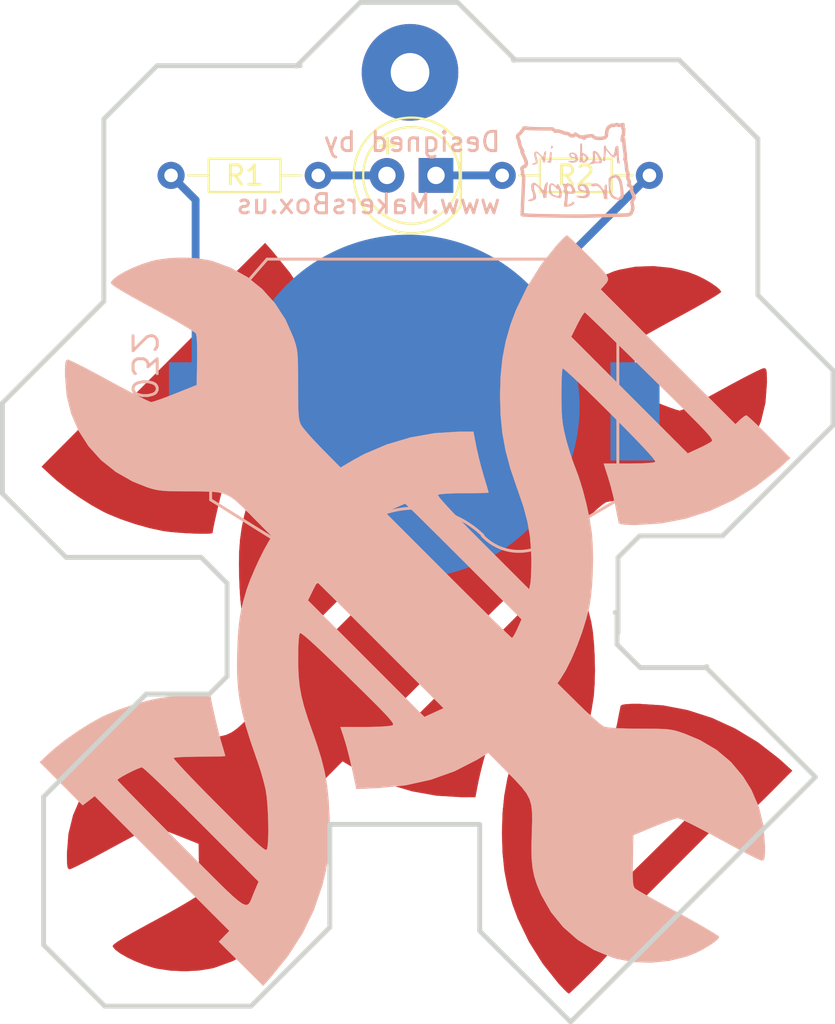
<source format=kicad_pcb>
(kicad_pcb (version 4) (host pcbnew 4.0.6+dfsg1-1)

  (general
    (links 5)
    (no_connects 1)
    (area 67.177145 77.31 128.462855 145.875)
    (thickness 1.6)
    (drawings 54)
    (tracks 6)
    (zones 0)
    (modules 9)
    (nets 5)
  )

  (page USLetter)
  (title_block
    (title "OSH Park Badge")
    (company www.MakersBox.us)
    (comment 1 "K. Olsen")
  )

  (layers
    (0 F.Cu signal)
    (31 B.Cu signal)
    (34 B.Paste user)
    (35 F.Paste user)
    (36 B.SilkS user)
    (37 F.SilkS user)
    (38 B.Mask user)
    (39 F.Mask user)
    (40 Dwgs.User user hide)
    (44 Edge.Cuts user)
  )

  (setup
    (last_trace_width 0.1524)
    (user_trace_width 0.254)
    (user_trace_width 0.3048)
    (user_trace_width 0.4064)
    (user_trace_width 0.6096)
    (user_trace_width 2.032)
    (trace_clearance 0.1524)
    (zone_clearance 0.508)
    (zone_45_only no)
    (trace_min 0.1524)
    (segment_width 0.254)
    (edge_width 0.254)
    (via_size 0.6858)
    (via_drill 0.3302)
    (via_min_size 0.6858)
    (via_min_drill 0.3302)
    (user_via 1 0.5)
    (uvia_size 0.762)
    (uvia_drill 0.508)
    (uvias_allowed no)
    (uvia_min_size 0.508)
    (uvia_min_drill 0.127)
    (pcb_text_width 0.3)
    (pcb_text_size 1.5 1.5)
    (mod_edge_width 0.15)
    (mod_text_size 1 1)
    (mod_text_width 0.15)
    (pad_size 1.8 1.8)
    (pad_drill 0.9)
    (pad_to_mask_clearance 0)
    (aux_axis_origin 0 0)
    (grid_origin 210.82 95.25)
    (visible_elements 7FFFEFFF)
    (pcbplotparams
      (layerselection 0x010f0_80000001)
      (usegerberextensions true)
      (excludeedgelayer true)
      (linewidth 0.100000)
      (plotframeref false)
      (viasonmask false)
      (mode 1)
      (useauxorigin false)
      (hpglpennumber 1)
      (hpglpenspeed 20)
      (hpglpendiameter 15)
      (hpglpenoverlay 2)
      (psnegative false)
      (psa4output false)
      (plotreference true)
      (plotvalue true)
      (plotinvisibletext false)
      (padsonsilk false)
      (subtractmaskfromsilk false)
      (outputformat 1)
      (mirror false)
      (drillshape 0)
      (scaleselection 1)
      (outputdirectory gerbers/))
  )

  (net 0 "")
  (net 1 "Net-(D1-Pad1)")
  (net 2 "Net-(BT1-Pad2)")
  (net 3 "Net-(BT1-Pad1)")
  (net 4 "Net-(D1-Pad2)")

  (net_class Default "This is the default net class."
    (clearance 0.1524)
    (trace_width 0.1524)
    (via_dia 0.6858)
    (via_drill 0.3302)
    (uvia_dia 0.762)
    (uvia_drill 0.508)
    (add_net "Net-(BT1-Pad1)")
    (add_net "Net-(BT1-Pad2)")
    (add_net "Net-(D1-Pad1)")
    (add_net "Net-(D1-Pad2)")
  )

  (module Pin_Headers:Pin_Header_Straight_1x01 (layer F.Cu) (tedit 5ADA5840) (tstamp 5860AB5B)
    (at 99.822 88.265)
    (descr "Through hole pin header")
    (tags "pin header")
    (path /5860AE9A)
    (fp_text reference P1 (at -0.6 -0.5) (layer F.SilkS) hide
      (effects (font (size 0.127 0.127) (thickness 0.03175)))
    )
    (fp_text value CONN_01X01 (at 0 0.9) (layer F.Fab)
      (effects (font (size 0.127 0.127) (thickness 0.03175)))
    )
    (pad "" thru_hole circle (at 0.18 -0.25) (size 5 5) (drill 2) (layers *.Cu B.Mask))
  )

  (module myFootPrints:MadeInOregonRev25 (layer F.Cu) (tedit 0) (tstamp 59A333B2)
    (at 108.585 93.091)
    (fp_text reference VAL (at 0 0) (layer F.SilkS) hide
      (effects (font (size 1.143 1.143) (thickness 0.1778)))
    )
    (fp_text value MadeInOregonRev25 (at 0 0) (layer F.SilkS) hide
      (effects (font (size 1.143 1.143) (thickness 0.1778)))
    )
    (fp_poly (pts (xy -3.09626 -1.76022) (xy -3.09626 -1.72212) (xy -3.09372 -1.69672) (xy -3.09118 -1.67386)
      (xy -3.0861 -1.65608) (xy -3.07594 -1.63576) (xy -3.0734 -1.62814) (xy -3.0607 -1.6002)
      (xy -3.05054 -1.5748) (xy -3.04038 -1.54432) (xy -3.03022 -1.50876) (xy -3.02006 -1.46304)
      (xy -3.00736 -1.4097) (xy -3.00228 -1.39192) (xy -2.98704 -1.31826) (xy -2.96926 -1.2573)
      (xy -2.95402 -1.20396) (xy -2.9337 -1.15824) (xy -2.91338 -1.1176) (xy -2.91338 -1.74752)
      (xy -2.91338 -1.76276) (xy -2.91084 -1.77546) (xy -2.90322 -1.78816) (xy -2.89052 -1.8034)
      (xy -2.86766 -1.82118) (xy -2.8575 -1.83134) (xy -2.82956 -1.8542) (xy -2.80416 -1.8796)
      (xy -2.78638 -1.90246) (xy -2.77876 -1.91008) (xy -2.76606 -1.92786) (xy -2.74574 -1.95326)
      (xy -2.72034 -1.98374) (xy -2.69494 -2.01422) (xy -2.6924 -2.01676) (xy -2.66954 -2.0447)
      (xy -2.64922 -2.0701) (xy -2.63652 -2.08788) (xy -2.6289 -2.09804) (xy -2.6289 -2.10058)
      (xy -2.62382 -2.10566) (xy -2.60604 -2.10566) (xy -2.58064 -2.10566) (xy -2.55016 -2.10058)
      (xy -2.51968 -2.0955) (xy -2.50952 -2.09296) (xy -2.49682 -2.09042) (xy -2.48412 -2.08534)
      (xy -2.46888 -2.08534) (xy -2.4511 -2.0828) (xy -2.4257 -2.08026) (xy -2.39268 -2.07772)
      (xy -2.35458 -2.07772) (xy -2.30632 -2.07518) (xy -2.2479 -2.07518) (xy -2.17678 -2.07264)
      (xy -2.09296 -2.0701) (xy -2.03962 -2.0701) (xy -1.95326 -2.06756) (xy -1.8669 -2.06756)
      (xy -1.78054 -2.06502) (xy -1.69672 -2.06502) (xy -1.61798 -2.06248) (xy -1.54686 -2.06248)
      (xy -1.48336 -2.06248) (xy -1.4351 -2.06248) (xy -1.4224 -2.06248) (xy -1.22936 -2.06248)
      (xy -1.1684 -2.00152) (xy -1.10744 -1.9431) (xy -1.0668 -1.9431) (xy -1.03886 -1.9431)
      (xy -1.0033 -1.94564) (xy -0.97536 -1.95072) (xy -0.94234 -1.95326) (xy -0.91186 -1.95072)
      (xy -0.87884 -1.94564) (xy -0.8382 -1.93548) (xy -0.79248 -1.9177) (xy -0.7366 -1.89484)
      (xy -0.72136 -1.88976) (xy -0.67818 -1.86944) (xy -0.64516 -1.85674) (xy -0.61722 -1.84912)
      (xy -0.59182 -1.84404) (xy -0.56388 -1.83896) (xy -0.5461 -1.83642) (xy -0.50038 -1.83134)
      (xy -0.46482 -1.82626) (xy -0.43688 -1.81864) (xy -0.41656 -1.80848) (xy -0.39624 -1.79578)
      (xy -0.37592 -1.77546) (xy -0.37338 -1.77292) (xy -0.35052 -1.7526) (xy -0.32512 -1.73482)
      (xy -0.30734 -1.72212) (xy -0.30734 -1.72212) (xy -0.28702 -1.71704) (xy -0.25654 -1.71196)
      (xy -0.22098 -1.70434) (xy -0.18288 -1.7018) (xy -0.14986 -1.69672) (xy -0.12446 -1.69672)
      (xy -0.10922 -1.69926) (xy -0.09652 -1.70688) (xy -0.07366 -1.71958) (xy -0.05334 -1.73736)
      (xy -0.03048 -1.75768) (xy -0.01524 -1.7653) (xy -0.00508 -1.76784) (xy 0 -1.7653)
      (xy 0.01016 -1.75768) (xy 0.03048 -1.74498) (xy 0.05842 -1.7272) (xy 0.0889 -1.70688)
      (xy 0.09652 -1.7018) (xy 0.18288 -1.64846) (xy 0.25908 -1.64592) (xy 0.29464 -1.64338)
      (xy 0.3175 -1.64084) (xy 0.3302 -1.6383) (xy 0.34036 -1.63322) (xy 0.34544 -1.6256)
      (xy 0.34798 -1.62052) (xy 0.3683 -1.59766) (xy 0.39624 -1.58242) (xy 0.42672 -1.5748)
      (xy 0.4318 -1.5748) (xy 0.45974 -1.58242) (xy 0.48768 -1.6002) (xy 0.51562 -1.63068)
      (xy 0.52578 -1.64338) (xy 0.53848 -1.65608) (xy 0.5461 -1.66624) (xy 0.55626 -1.67386)
      (xy 0.56896 -1.68148) (xy 0.58928 -1.68402) (xy 0.61468 -1.6891) (xy 0.65278 -1.69418)
      (xy 0.70104 -1.69672) (xy 0.71628 -1.69926) (xy 0.8255 -1.70942) (xy 0.85598 -1.68148)
      (xy 0.89154 -1.64846) (xy 0.9271 -1.62306) (xy 0.95758 -1.60274) (xy 0.96774 -1.59766)
      (xy 0.9906 -1.59258) (xy 1.02362 -1.5875) (xy 1.0668 -1.58242) (xy 1.11252 -1.57734)
      (xy 1.16332 -1.57226) (xy 1.21158 -1.56972) (xy 1.2573 -1.56972) (xy 1.25984 -1.56972)
      (xy 1.3081 -1.56972) (xy 1.35128 -1.5748) (xy 1.39446 -1.57988) (xy 1.44272 -1.59004)
      (xy 1.48844 -1.6002) (xy 1.52146 -1.61036) (xy 1.54686 -1.62306) (xy 1.56972 -1.63576)
      (xy 1.59258 -1.65608) (xy 1.61798 -1.68148) (xy 1.63576 -1.7018) (xy 1.651 -1.72212)
      (xy 1.65862 -1.74498) (xy 1.66624 -1.77292) (xy 1.67386 -1.80848) (xy 1.6764 -1.85166)
      (xy 1.68148 -1.90246) (xy 1.6891 -1.9812) (xy 1.7018 -2.04978) (xy 1.72212 -2.10566)
      (xy 1.74752 -2.15138) (xy 1.75006 -2.15646) (xy 1.77546 -2.18186) (xy 1.81356 -2.2098)
      (xy 1.82626 -2.21742) (xy 1.8542 -2.23012) (xy 1.87706 -2.24028) (xy 1.89484 -2.24282)
      (xy 1.9177 -2.24282) (xy 1.92024 -2.24282) (xy 1.95834 -2.24282) (xy 2.00152 -2.25044)
      (xy 2.032 -2.25806) (xy 2.0701 -2.27076) (xy 2.09804 -2.27584) (xy 2.11582 -2.27838)
      (xy 2.13106 -2.2733) (xy 2.1463 -2.26822) (xy 2.15392 -2.26314) (xy 2.1844 -2.2479)
      (xy 2.22758 -2.24282) (xy 2.27584 -2.2479) (xy 2.29108 -2.25298) (xy 2.31394 -2.25806)
      (xy 2.33426 -2.26314) (xy 2.34188 -2.26314) (xy 2.34188 -2.25806) (xy 2.34442 -2.23774)
      (xy 2.34442 -2.21488) (xy 2.34442 -2.21234) (xy 2.34442 -2.1844) (xy 2.34696 -2.16408)
      (xy 2.35204 -2.1463) (xy 2.36474 -2.12852) (xy 2.3876 -2.0955) (xy 2.37998 -1.97612)
      (xy 2.37744 -1.9304) (xy 2.37236 -1.89738) (xy 2.36982 -1.87198) (xy 2.36474 -1.8542)
      (xy 2.35966 -1.83896) (xy 2.35204 -1.82372) (xy 2.34696 -1.8161) (xy 2.33172 -1.78562)
      (xy 2.3241 -1.75768) (xy 2.3241 -1.73736) (xy 2.32156 -1.70942) (xy 2.31902 -1.68656)
      (xy 2.31648 -1.67894) (xy 2.31394 -1.66116) (xy 2.30886 -1.63576) (xy 2.30886 -1.60274)
      (xy 2.30886 -1.59004) (xy 2.30886 -1.55702) (xy 2.30886 -1.5367) (xy 2.31394 -1.52146)
      (xy 2.32156 -1.5113) (xy 2.33172 -1.4986) (xy 2.33426 -1.49606) (xy 2.35458 -1.48082)
      (xy 2.3749 -1.4732) (xy 2.37744 -1.47066) (xy 2.3876 -1.47066) (xy 2.39268 -1.46558)
      (xy 2.39776 -1.45034) (xy 2.4003 -1.42494) (xy 2.40284 -1.39192) (xy 2.40538 -1.35382)
      (xy 2.40538 -1.33096) (xy 2.40792 -1.28778) (xy 2.413 -1.2319) (xy 2.42062 -1.16078)
      (xy 2.43332 -1.07442) (xy 2.4511 -0.97536) (xy 2.4511 -0.96774) (xy 2.45872 -0.92456)
      (xy 2.4638 -0.88392) (xy 2.46888 -0.85344) (xy 2.47142 -0.83058) (xy 2.47396 -0.82296)
      (xy 2.47396 -0.81026) (xy 2.47142 -0.7874) (xy 2.47142 -0.75692) (xy 2.46888 -0.72644)
      (xy 2.46888 -0.69342) (xy 2.46634 -0.66294) (xy 2.4638 -0.64262) (xy 2.46126 -0.635)
      (xy 2.4511 -0.6096) (xy 2.44856 -0.57912) (xy 2.4511 -0.54864) (xy 2.46126 -0.52324)
      (xy 2.4765 -0.51054) (xy 2.48412 -0.49784) (xy 2.49174 -0.47244) (xy 2.5019 -0.4318)
      (xy 2.50952 -0.37592) (xy 2.51968 -0.30734) (xy 2.5273 -0.2286) (xy 2.53238 -0.16764)
      (xy 2.53746 -0.1143) (xy 2.54254 -0.0635) (xy 2.54762 -0.02032) (xy 2.5527 0.01524)
      (xy 2.55524 0.04064) (xy 2.55778 0.05334) (xy 2.56794 0.07366) (xy 2.5781 0.1016)
      (xy 2.58826 0.127) (xy 2.59588 0.14732) (xy 2.6035 0.16256) (xy 2.60604 0.18034)
      (xy 2.60858 0.20066) (xy 2.60858 0.22606) (xy 2.60604 0.25908) (xy 2.6035 0.3048)
      (xy 2.6035 0.32512) (xy 2.60096 0.37084) (xy 2.60096 0.4064) (xy 2.60604 0.43434)
      (xy 2.61366 0.45974) (xy 2.62636 0.48768) (xy 2.64668 0.5207) (xy 2.66446 0.5588)
      (xy 2.67462 0.58674) (xy 2.6797 0.61468) (xy 2.67462 0.64262) (xy 2.66446 0.68072)
      (xy 2.65938 0.69088) (xy 2.64668 0.72898) (xy 2.63906 0.75946) (xy 2.63906 0.77978)
      (xy 2.6416 0.79756) (xy 2.64922 0.8128) (xy 2.64922 0.81534) (xy 2.66446 0.83058)
      (xy 2.68986 0.84836) (xy 2.72034 0.86614) (xy 2.75336 0.87884) (xy 2.77368 0.88646)
      (xy 2.794 0.89154) (xy 2.794 0.98044) (xy 2.794 1.07188) (xy 2.82448 1.13538)
      (xy 2.8575 1.20396) (xy 2.8829 1.26238) (xy 2.90322 1.31064) (xy 2.91592 1.3462)
      (xy 2.921 1.36652) (xy 2.92354 1.3843) (xy 2.92354 1.39954) (xy 2.91592 1.41478)
      (xy 2.90068 1.4351) (xy 2.90068 1.43764) (xy 2.87274 1.47828) (xy 2.84988 1.51638)
      (xy 2.8321 1.5621) (xy 2.82448 1.59004) (xy 2.80924 1.64338) (xy 2.8321 1.74244)
      (xy 2.84734 1.80848) (xy 2.85496 1.86182) (xy 2.86004 1.90754) (xy 2.86004 1.94818)
      (xy 2.85242 1.98628) (xy 2.84226 2.02438) (xy 2.84226 2.02438) (xy 2.82702 2.06756)
      (xy 2.81432 2.10566) (xy 2.79908 2.13868) (xy 2.78892 2.16154) (xy 2.77876 2.1717)
      (xy 2.77876 2.17424) (xy 2.7686 2.17678) (xy 2.74828 2.1844) (xy 2.74066 2.18948)
      (xy 2.7178 2.1971) (xy 2.68224 2.20472) (xy 2.63398 2.2098) (xy 2.57302 2.21234)
      (xy 2.49682 2.21488) (xy 2.40792 2.21742) (xy 2.30632 2.21742) (xy 2.29616 2.21742)
      (xy 2.24028 2.21996) (xy 2.17424 2.21996) (xy 2.10058 2.2225) (xy 2.02184 2.2225)
      (xy 1.9431 2.22504) (xy 1.86944 2.23012) (xy 1.84912 2.23012) (xy 1.6129 2.23774)
      (xy 1.38684 2.2479) (xy 1.16332 2.25298) (xy 0.9398 2.25806) (xy 0.71882 2.26314)
      (xy 0.4953 2.26568) (xy 0.26924 2.26822) (xy 0.03556 2.26822) (xy -0.2032 2.26822)
      (xy -0.45466 2.26822) (xy -0.71628 2.26568) (xy -0.84836 2.26314) (xy -1.03378 2.2606)
      (xy -1.20396 2.25806) (xy -1.36144 2.25552) (xy -1.50622 2.25298) (xy -1.64084 2.25044)
      (xy -1.7653 2.2479) (xy -1.88214 2.24536) (xy -1.98882 2.24282) (xy -2.08788 2.23774)
      (xy -2.17932 2.2352) (xy -2.26822 2.23266) (xy -2.35204 2.22758) (xy -2.39776 2.22504)
      (xy -2.46126 2.2225) (xy -2.51968 2.21742) (xy -2.57302 2.21488) (xy -2.61874 2.21234)
      (xy -2.65176 2.2098) (xy -2.67462 2.2098) (xy -2.68732 2.2098) (xy -2.68732 2.2098)
      (xy -2.68732 2.20218) (xy -2.68478 2.17932) (xy -2.68478 2.1463) (xy -2.68224 2.09804)
      (xy -2.6797 2.03962) (xy -2.67716 1.97104) (xy -2.67208 1.8923) (xy -2.66954 1.80594)
      (xy -2.66446 1.70942) (xy -2.65938 1.60782) (xy -2.65684 1.50114) (xy -2.65176 1.38684)
      (xy -2.64414 1.27) (xy -2.64414 1.25476) (xy -2.63906 1.11506) (xy -2.63398 0.98806)
      (xy -2.6289 0.87376) (xy -2.62382 0.77216) (xy -2.61874 0.68326) (xy -2.6162 0.60452)
      (xy -2.61366 0.53848) (xy -2.61112 0.47752) (xy -2.61112 0.42926) (xy -2.61112 0.38608)
      (xy -2.61112 0.35306) (xy -2.61112 0.32258) (xy -2.61112 0.29972) (xy -2.61366 0.28194)
      (xy -2.6162 0.2667) (xy -2.61874 0.25654) (xy -2.62128 0.24638) (xy -2.62636 0.23876)
      (xy -2.63144 0.23368) (xy -2.63652 0.22606) (xy -2.6416 0.21844) (xy -2.6543 0.2032)
      (xy -2.66192 0.18796) (xy -2.66446 0.17272) (xy -2.66192 0.14732) (xy -2.66192 0.13716)
      (xy -2.66192 0.1016) (xy -2.66446 0.06858) (xy -2.67462 0.02794) (xy -2.67462 0.0254)
      (xy -2.68732 -0.01778) (xy -2.69494 -0.04826) (xy -2.69748 -0.07112) (xy -2.69748 -0.08382)
      (xy -2.69494 -0.09398) (xy -2.68732 -0.09906) (xy -2.68732 -0.1016) (xy -2.66954 -0.10668)
      (xy -2.64668 -0.1143) (xy -2.63652 -0.1143) (xy -2.60858 -0.12192) (xy -2.58572 -0.13208)
      (xy -2.5654 -0.14732) (xy -2.54762 -0.17018) (xy -2.52476 -0.20574) (xy -2.50698 -0.2413)
      (xy -2.4638 -0.3302) (xy -2.47142 -0.40894) (xy -2.4765 -0.43942) (xy -2.48158 -0.46736)
      (xy -2.4892 -0.49276) (xy -2.49682 -0.5207) (xy -2.50952 -0.55626) (xy -2.52984 -0.59944)
      (xy -2.53492 -0.61214) (xy -2.55524 -0.66294) (xy -2.5781 -0.71374) (xy -2.60096 -0.76708)
      (xy -2.62128 -0.8128) (xy -2.63144 -0.83058) (xy -2.64668 -0.86868) (xy -2.65938 -0.89662)
      (xy -2.667 -0.91694) (xy -2.66954 -0.92964) (xy -2.667 -0.9398) (xy -2.667 -0.94996)
      (xy -2.65938 -0.97536) (xy -2.65938 -1.00584) (xy -2.66954 -1.03886) (xy -2.68732 -1.0795)
      (xy -2.71272 -1.12776) (xy -2.71526 -1.1303) (xy -2.73812 -1.17094) (xy -2.75844 -1.2065)
      (xy -2.77368 -1.23698) (xy -2.78384 -1.26746) (xy -2.79654 -1.30048) (xy -2.8067 -1.34112)
      (xy -2.81686 -1.38684) (xy -2.82702 -1.43256) (xy -2.84226 -1.49606) (xy -2.85496 -1.54686)
      (xy -2.86512 -1.5875) (xy -2.87528 -1.62052) (xy -2.88544 -1.64846) (xy -2.89306 -1.67132)
      (xy -2.90068 -1.68148) (xy -2.9083 -1.70942) (xy -2.91338 -1.7399) (xy -2.91338 -1.74752)
      (xy -2.91338 -1.1176) (xy -2.91084 -1.11506) (xy -2.90576 -1.09982) (xy -2.88798 -1.07188)
      (xy -2.87782 -1.04902) (xy -2.87274 -1.03632) (xy -2.87274 -1.02616) (xy -2.87782 -1.016)
      (xy -2.88036 -0.99822) (xy -2.8829 -0.98044) (xy -2.87782 -0.95758) (xy -2.8702 -0.92964)
      (xy -2.85496 -0.89408) (xy -2.83464 -0.84582) (xy -2.8194 -0.81534) (xy -2.78384 -0.73406)
      (xy -2.74828 -0.65786) (xy -2.72034 -0.58928) (xy -2.69494 -0.52832) (xy -2.67462 -0.47752)
      (xy -2.66192 -0.43688) (xy -2.6543 -0.40894) (xy -2.6543 -0.4064) (xy -2.64922 -0.37846)
      (xy -2.65176 -0.36068) (xy -2.65684 -0.34036) (xy -2.66446 -0.32766) (xy -2.67462 -0.30734)
      (xy -2.68732 -0.29464) (xy -2.70256 -0.28702) (xy -2.72542 -0.28194) (xy -2.73812 -0.2794)
      (xy -2.75336 -0.27686) (xy -2.77114 -0.2667) (xy -2.78892 -0.25146) (xy -2.81686 -0.22606)
      (xy -2.82448 -0.2159) (xy -2.84988 -0.1905) (xy -2.86766 -0.17272) (xy -2.87782 -0.16002)
      (xy -2.8829 -0.14732) (xy -2.8829 -0.13208) (xy -2.8829 -0.12192) (xy -2.88036 -0.06858)
      (xy -2.86766 -0.00762) (xy -2.85242 0.05588) (xy -2.8448 0.08382) (xy -2.84226 0.10668)
      (xy -2.84226 0.12954) (xy -2.8448 0.16002) (xy -2.84734 0.1651) (xy -2.84988 0.19812)
      (xy -2.84988 0.22606) (xy -2.84226 0.24892) (xy -2.82448 0.27686) (xy -2.8067 0.29972)
      (xy -2.78384 0.32766) (xy -2.82702 1.3081) (xy -2.8321 1.42748) (xy -2.83718 1.54432)
      (xy -2.84226 1.65608) (xy -2.84734 1.76276) (xy -2.84988 1.86182) (xy -2.85496 1.95326)
      (xy -2.8575 2.03708) (xy -2.86004 2.11074) (xy -2.86258 2.17424) (xy -2.86512 2.22758)
      (xy -2.86512 2.26822) (xy -2.86512 2.29616) (xy -2.86512 2.3114) (xy -2.86512 2.3114)
      (xy -2.85496 2.3368) (xy -2.83464 2.35966) (xy -2.81178 2.3749) (xy -2.8067 2.37744)
      (xy -2.794 2.37998) (xy -2.76606 2.38252) (xy -2.72796 2.38506) (xy -2.6797 2.39014)
      (xy -2.62128 2.39268) (xy -2.55778 2.39776) (xy -2.48412 2.4003) (xy -2.40792 2.40538)
      (xy -2.32664 2.40792) (xy -2.24536 2.413) (xy -2.16154 2.41554) (xy -2.08026 2.41808)
      (xy -1.99898 2.42062) (xy -1.92278 2.42316) (xy -1.85166 2.4257) (xy -1.80848 2.42824)
      (xy -1.74752 2.42824) (xy -1.67386 2.43078) (xy -1.59004 2.43078) (xy -1.4986 2.43332)
      (xy -1.397 2.43586) (xy -1.29032 2.43586) (xy -1.1811 2.4384) (xy -1.0668 2.4384)
      (xy -0.95504 2.44094) (xy -0.84582 2.44348) (xy -0.80264 2.44348) (xy -0.70104 2.44348)
      (xy -0.59944 2.44602) (xy -0.50038 2.44602) (xy -0.40386 2.44856) (xy -0.31496 2.44856)
      (xy -0.23114 2.44856) (xy -0.15748 2.4511) (xy -0.09398 2.4511) (xy -0.04064 2.4511)
      (xy 0 2.4511) (xy 0.02286 2.4511) (xy 0.05842 2.4511) (xy 0.10922 2.4511)
      (xy 0.17018 2.4511) (xy 0.2413 2.4511) (xy 0.3175 2.4511) (xy 0.39878 2.44856)
      (xy 0.4826 2.44856) (xy 0.56642 2.44602) (xy 0.60198 2.44602) (xy 0.75692 2.44348)
      (xy 0.90678 2.4384) (xy 1.0541 2.43586) (xy 1.1938 2.43078) (xy 1.32588 2.42824)
      (xy 1.45034 2.42316) (xy 1.56464 2.42062) (xy 1.66624 2.41808) (xy 1.7526 2.413)
      (xy 1.77038 2.413) (xy 1.82626 2.41046) (xy 1.8923 2.40792) (xy 1.96342 2.40792)
      (xy 2.03454 2.40538) (xy 2.10312 2.40538) (xy 2.12852 2.40538) (xy 2.19456 2.40538)
      (xy 2.26822 2.40284) (xy 2.3495 2.40284) (xy 2.42824 2.39776) (xy 2.50444 2.39522)
      (xy 2.54254 2.39522) (xy 2.75844 2.38252) (xy 2.82956 2.3495) (xy 2.86258 2.33172)
      (xy 2.88798 2.31902) (xy 2.90576 2.30632) (xy 2.91084 2.30124) (xy 2.92608 2.28092)
      (xy 2.94132 2.25044) (xy 2.96164 2.2098) (xy 2.97942 2.16662) (xy 2.9972 2.12344)
      (xy 3.01244 2.08534) (xy 3.02514 2.0447) (xy 3.03276 2.01168) (xy 3.03784 1.98628)
      (xy 3.04038 1.9558) (xy 3.04038 1.93548) (xy 3.0353 1.86182) (xy 3.0226 1.778)
      (xy 3.00736 1.70434) (xy 2.99974 1.66878) (xy 2.99974 1.64084) (xy 3.00736 1.61036)
      (xy 3.0226 1.57734) (xy 3.04546 1.53924) (xy 3.0607 1.52146) (xy 3.08356 1.4859)
      (xy 3.0988 1.4605) (xy 3.10642 1.4351) (xy 3.10896 1.4097) (xy 3.10642 1.37668)
      (xy 3.0988 1.33858) (xy 3.09118 1.3081) (xy 3.07848 1.26746) (xy 3.0607 1.22174)
      (xy 3.04038 1.1684) (xy 3.01498 1.1176) (xy 2.99466 1.07442) (xy 2.98704 1.05664)
      (xy 2.97942 1.0414) (xy 2.97688 1.02362) (xy 2.97434 1.0033) (xy 2.97434 0.97282)
      (xy 2.97434 0.93218) (xy 2.97434 0.9271) (xy 2.9718 0.87884) (xy 2.96926 0.8382)
      (xy 2.96418 0.81026) (xy 2.95148 0.7874) (xy 2.9337 0.76708) (xy 2.90576 0.7493)
      (xy 2.86766 0.72898) (xy 2.84734 0.71882) (xy 2.84734 0.7112) (xy 2.84988 0.69342)
      (xy 2.85496 0.66802) (xy 2.8575 0.6604) (xy 2.86258 0.61468) (xy 2.86258 0.5842)
      (xy 2.86258 0.57658) (xy 2.84988 0.5334) (xy 2.82956 0.48768) (xy 2.8067 0.44196)
      (xy 2.79908 0.42926) (xy 2.79146 0.41656) (xy 2.78638 0.40386) (xy 2.7813 0.38862)
      (xy 2.7813 0.37084) (xy 2.7813 0.34798) (xy 2.7813 0.3175) (xy 2.78638 0.27432)
      (xy 2.79146 0.22098) (xy 2.79146 0.21844) (xy 2.79146 0.19304) (xy 2.79146 0.16764)
      (xy 2.78384 0.1397) (xy 2.77622 0.11176) (xy 2.76352 0.07874) (xy 2.75336 0.04826)
      (xy 2.7432 0.0254) (xy 2.74066 0.02032) (xy 2.73558 0.00762) (xy 2.7305 -0.0127)
      (xy 2.72796 -0.04064) (xy 2.72288 -0.07874) (xy 2.7178 -0.12954) (xy 2.71272 -0.1905)
      (xy 2.7051 -0.25908) (xy 2.69748 -0.32512) (xy 2.68986 -0.38862) (xy 2.6797 -0.44958)
      (xy 2.67208 -0.50292) (xy 2.66446 -0.5461) (xy 2.6543 -0.57658) (xy 2.65176 -0.58674)
      (xy 2.65176 -0.60452) (xy 2.6543 -0.6223) (xy 2.65684 -0.6477) (xy 2.65176 -0.68326)
      (xy 2.65176 -0.68326) (xy 2.64668 -0.71628) (xy 2.64922 -0.75184) (xy 2.65176 -0.76962)
      (xy 2.6543 -0.79248) (xy 2.65684 -0.8128) (xy 2.6543 -0.83566) (xy 2.65176 -0.8636)
      (xy 2.64414 -0.90424) (xy 2.6416 -0.91948) (xy 2.62382 -1.01346) (xy 2.61112 -1.09982)
      (xy 2.60096 -1.1811) (xy 2.59334 -1.26238) (xy 2.58572 -1.35128) (xy 2.58064 -1.42748)
      (xy 2.5781 -1.49352) (xy 2.57302 -1.54432) (xy 2.57048 -1.58496) (xy 2.5654 -1.61544)
      (xy 2.56286 -1.6383) (xy 2.55524 -1.65608) (xy 2.54762 -1.66878) (xy 2.53746 -1.6764)
      (xy 2.52984 -1.68402) (xy 2.51714 -1.69418) (xy 2.51206 -1.70688) (xy 2.5146 -1.72466)
      (xy 2.52222 -1.75006) (xy 2.53238 -1.77546) (xy 2.53238 -1.77546) (xy 2.54 -1.78816)
      (xy 2.54254 -1.79832) (xy 2.54762 -1.81102) (xy 2.55016 -1.8288) (xy 2.5527 -1.85166)
      (xy 2.55524 -1.88214) (xy 2.55778 -1.92532) (xy 2.56286 -1.97866) (xy 2.56286 -2.0066)
      (xy 2.57302 -2.159) (xy 2.54762 -2.18948) (xy 2.52222 -2.21996) (xy 2.52984 -2.29616)
      (xy 2.53238 -2.34442) (xy 2.53238 -2.37998) (xy 2.52984 -2.40538) (xy 2.51968 -2.4257)
      (xy 2.50698 -2.44094) (xy 2.50444 -2.44348) (xy 2.4892 -2.45618) (xy 2.47142 -2.46126)
      (xy 2.44856 -2.4638) (xy 2.42062 -2.4638) (xy 2.38252 -2.45618) (xy 2.33172 -2.44602)
      (xy 2.32664 -2.44348) (xy 2.2352 -2.42316) (xy 2.19964 -2.44348) (xy 2.17424 -2.45618)
      (xy 2.15138 -2.4638) (xy 2.12344 -2.4638) (xy 2.09296 -2.45872) (xy 2.04978 -2.4511)
      (xy 2.0193 -2.44348) (xy 1.98374 -2.43332) (xy 1.9558 -2.4257) (xy 1.93802 -2.42316)
      (xy 1.92024 -2.4257) (xy 1.90754 -2.42824) (xy 1.88722 -2.43078) (xy 1.86944 -2.43078)
      (xy 1.84912 -2.42824) (xy 1.82372 -2.41808) (xy 1.79324 -2.40284) (xy 1.76022 -2.38506)
      (xy 1.71958 -2.3622) (xy 1.6891 -2.34442) (xy 1.66624 -2.32664) (xy 1.64846 -2.3114)
      (xy 1.63068 -2.29362) (xy 1.6129 -2.27076) (xy 1.59258 -2.2479) (xy 1.57734 -2.22504)
      (xy 1.56718 -2.20472) (xy 1.55702 -2.17932) (xy 1.54432 -2.1463) (xy 1.53162 -2.10312)
      (xy 1.52908 -2.09296) (xy 1.51638 -2.0447) (xy 1.50876 -2.00406) (xy 1.50368 -1.96596)
      (xy 1.4986 -1.92278) (xy 1.4986 -1.90754) (xy 1.49606 -1.86182) (xy 1.49352 -1.8288)
      (xy 1.4859 -1.80594) (xy 1.4732 -1.7907) (xy 1.45288 -1.778) (xy 1.4224 -1.77038)
      (xy 1.39446 -1.76276) (xy 1.3335 -1.7526) (xy 1.26238 -1.74752) (xy 1.18364 -1.75006)
      (xy 1.10998 -1.75768) (xy 1.03124 -1.7653) (xy 0.9652 -1.82372) (xy 0.9398 -1.84912)
      (xy 0.9144 -1.8669) (xy 0.89408 -1.88214) (xy 0.88392 -1.88722) (xy 0.86868 -1.88722)
      (xy 0.84328 -1.88722) (xy 0.80518 -1.88722) (xy 0.762 -1.88214) (xy 0.7112 -1.8796)
      (xy 0.6604 -1.87452) (xy 0.6096 -1.86944) (xy 0.56642 -1.86436) (xy 0.52324 -1.85674)
      (xy 0.49276 -1.85166) (xy 0.47244 -1.8415) (xy 0.45974 -1.83642) (xy 0.44958 -1.8288)
      (xy 0.43942 -1.82372) (xy 0.42418 -1.82118) (xy 0.40386 -1.82118) (xy 0.37592 -1.82118)
      (xy 0.33782 -1.82118) (xy 0.23622 -1.82372) (xy 0.13208 -1.8923) (xy 0.09398 -1.9177)
      (xy 0.06096 -1.93802) (xy 0.03302 -1.9558) (xy 0.0127 -1.96596) (xy 0.00508 -1.97104)
      (xy -0.02286 -1.97866) (xy -0.04826 -1.97358) (xy -0.07874 -1.95834) (xy -0.1143 -1.92786)
      (xy -0.11684 -1.92532) (xy -0.1397 -1.905) (xy -0.15748 -1.8923) (xy -0.17272 -1.88468)
      (xy -0.18796 -1.88214) (xy -0.19304 -1.88214) (xy -0.21082 -1.88468) (xy -0.22352 -1.88722)
      (xy -0.2413 -1.89992) (xy -0.26162 -1.9177) (xy -0.27178 -1.92786) (xy -0.30226 -1.95326)
      (xy -0.33528 -1.97358) (xy -0.37338 -1.98882) (xy -0.41656 -1.99898) (xy -0.47244 -2.00914)
      (xy -0.50038 -2.01168) (xy -0.53848 -2.01676) (xy -0.56896 -2.02438) (xy -0.59944 -2.03454)
      (xy -0.635 -2.04724) (xy -0.66548 -2.05994) (xy -0.70866 -2.07772) (xy -0.75692 -2.0955)
      (xy -0.80264 -2.11074) (xy -0.83058 -2.11836) (xy -0.86868 -2.12598) (xy -0.89662 -2.1336)
      (xy -0.91948 -2.1336) (xy -0.94234 -2.1336) (xy -0.97282 -2.13106) (xy -1.03378 -2.12344)
      (xy -1.0922 -2.17678) (xy -1.12776 -2.2098) (xy -1.1557 -2.23012) (xy -1.17348 -2.2352)
      (xy -1.18618 -2.23774) (xy -1.21412 -2.23774) (xy -1.24968 -2.24028) (xy -1.2954 -2.24028)
      (xy -1.3462 -2.24028) (xy -1.40208 -2.24028) (xy -1.40462 -2.24028) (xy -1.48844 -2.24028)
      (xy -1.57734 -2.24282) (xy -1.66878 -2.24282) (xy -1.76022 -2.24282) (xy -1.85166 -2.24536)
      (xy -1.94056 -2.2479) (xy -2.02438 -2.2479) (xy -2.10566 -2.25044) (xy -2.18186 -2.25298)
      (xy -2.25044 -2.25552) (xy -2.30886 -2.25806) (xy -2.35966 -2.2606) (xy -2.39776 -2.26314)
      (xy -2.42316 -2.26568) (xy -2.43586 -2.26822) (xy -2.45364 -2.27076) (xy -2.48666 -2.27584)
      (xy -2.52476 -2.28092) (xy -2.5654 -2.28346) (xy -2.58572 -2.286) (xy -2.63144 -2.28854)
      (xy -2.66446 -2.29108) (xy -2.68732 -2.29108) (xy -2.7051 -2.29108) (xy -2.7178 -2.28854)
      (xy -2.72796 -2.28346) (xy -2.7305 -2.28092) (xy -2.7559 -2.2606) (xy -2.77876 -2.22758)
      (xy -2.78892 -2.19202) (xy -2.79654 -2.17678) (xy -2.81178 -2.15392) (xy -2.8321 -2.13106)
      (xy -2.83718 -2.12344) (xy -2.86258 -2.09296) (xy -2.88544 -2.06502) (xy -2.90576 -2.04216)
      (xy -2.9083 -2.03708) (xy -2.92354 -2.0193) (xy -2.94894 -1.9939) (xy -2.97688 -1.96596)
      (xy -3.00482 -1.93802) (xy -3.03276 -1.91262) (xy -3.05816 -1.88976) (xy -3.07594 -1.87198)
      (xy -3.0861 -1.85928) (xy -3.0861 -1.85928) (xy -3.09118 -1.8415) (xy -3.09626 -1.81102)
      (xy -3.09626 -1.77038) (xy -3.09626 -1.76022) (xy -3.09626 -1.76022)) (layer B.SilkS) (width 0.00254))
    (fp_poly (pts (xy -0.67056 0.70358) (xy -0.67056 0.72136) (xy -0.66802 0.72644) (xy -0.66548 0.74676)
      (xy -0.65532 0.7747) (xy -0.64262 0.80772) (xy -0.63246 0.83312) (xy -0.61468 0.8763)
      (xy -0.60198 0.90932) (xy -0.59436 0.93218) (xy -0.59182 0.94996) (xy -0.5969 0.9652)
      (xy -0.60198 0.9779) (xy -0.61722 0.99568) (xy -0.63246 1.01092) (xy -0.64516 1.02362)
      (xy -0.6477 1.03632) (xy -0.64262 1.05156) (xy -0.62484 1.07188) (xy -0.6223 1.07696)
      (xy -0.59944 1.10236) (xy -0.5842 1.12522) (xy -0.57404 1.14554) (xy -0.56896 1.17348)
      (xy -0.56388 1.2065) (xy -0.56134 1.24968) (xy -0.56134 1.26238) (xy -0.56134 1.31572)
      (xy -0.56134 1.36652) (xy -0.56642 1.41986) (xy -0.5715 1.47828) (xy -0.58166 1.54686)
      (xy -0.59182 1.62306) (xy -0.59944 1.66116) (xy -0.60706 1.71704) (xy -0.61468 1.76022)
      (xy -0.61722 1.79324) (xy -0.61976 1.8161) (xy -0.61722 1.83388) (xy -0.61468 1.84658)
      (xy -0.6096 1.85674) (xy -0.6096 1.85928) (xy -0.60198 1.8669) (xy -0.59436 1.86944)
      (xy -0.58166 1.87198) (xy -0.56134 1.87452) (xy -0.53086 1.87452) (xy -0.51308 1.87452)
      (xy -0.47752 1.87452) (xy -0.45974 1.87198) (xy -0.45974 0.94234) (xy -0.45212 0.89662)
      (xy -0.43688 0.85344) (xy -0.41402 0.81788) (xy -0.40894 0.81026) (xy -0.38354 0.79502)
      (xy -0.35306 0.79248) (xy -0.32258 0.8001) (xy -0.2921 0.81788) (xy -0.26162 0.84582)
      (xy -0.23622 0.87884) (xy -0.21844 0.91948) (xy -0.21336 0.92964) (xy -0.20828 0.9525)
      (xy -0.2032 0.98044) (xy -0.19812 1.01092) (xy -0.19304 1.0414) (xy -0.1905 1.06934)
      (xy -0.18796 1.08712) (xy -0.1905 1.09728) (xy -0.20066 1.09982) (xy -0.22098 1.1049)
      (xy -0.24892 1.10998) (xy -0.2794 1.11252) (xy -0.30734 1.11506) (xy -0.3302 1.1176)
      (xy -0.34036 1.1176) (xy -0.36322 1.10998) (xy -0.38862 1.09474) (xy -0.39878 1.08458)
      (xy -0.4191 1.06172) (xy -0.43688 1.03886) (xy -0.44196 1.02616) (xy -0.4572 0.98806)
      (xy -0.45974 0.94234) (xy -0.45974 1.87198) (xy -0.4445 1.87198) (xy -0.42164 1.87198)
      (xy -0.41148 1.86944) (xy -0.37338 1.86182) (xy -0.3302 1.85166) (xy -0.28448 1.83642)
      (xy -0.24384 1.82372) (xy -0.21336 1.80848) (xy -0.20828 1.80848) (xy -0.17018 1.78562)
      (xy -0.13462 1.75768) (xy -0.10414 1.7272) (xy -0.08382 1.69926) (xy -0.07112 1.67386)
      (xy -0.07112 1.651) (xy -0.07112 1.651) (xy -0.08382 1.63068) (xy -0.10414 1.6129)
      (xy -0.12446 1.60528) (xy -0.12446 1.60528) (xy -0.1397 1.6129) (xy -0.16256 1.62814)
      (xy -0.19558 1.65608) (xy -0.20066 1.65862) (xy -0.24384 1.69672) (xy -0.28702 1.72466)
      (xy -0.3302 1.74498) (xy -0.37084 1.75768) (xy -0.40386 1.76276) (xy -0.4318 1.75514)
      (xy -0.43942 1.75006) (xy -0.44958 1.74244) (xy -0.45212 1.73482) (xy -0.45212 1.71958)
      (xy -0.44704 1.69672) (xy -0.4445 1.69418) (xy -0.44196 1.67386) (xy -0.43688 1.64338)
      (xy -0.4318 1.60274) (xy -0.42926 1.55194) (xy -0.42418 1.4859) (xy -0.4191 1.4097)
      (xy -0.41402 1.31826) (xy -0.41148 1.29286) (xy -0.4064 1.20142) (xy -0.27178 1.20142)
      (xy -0.21336 1.20142) (xy -0.17018 1.20142) (xy -0.13462 1.19888) (xy -0.10668 1.19126)
      (xy -0.08636 1.18364) (xy -0.06858 1.1684) (xy -0.0508 1.15316) (xy -0.04572 1.14808)
      (xy -0.03048 1.12776) (xy -0.0254 1.11506) (xy -0.0254 1.09474) (xy -0.02794 1.08458)
      (xy -0.04318 0.99822) (xy -0.06858 0.92202) (xy -0.1016 0.85598) (xy -0.14224 0.8001)
      (xy -0.1524 0.78994) (xy -0.18796 0.75692) (xy -0.22352 0.73406) (xy -0.26416 0.71374)
      (xy -0.29718 0.70104) (xy -0.3302 0.68834) (xy -0.36322 0.6731) (xy -0.37846 0.66548)
      (xy -0.4191 0.64262) (xy -0.44704 0.66548) (xy -0.4699 0.68326) (xy -0.49022 0.69596)
      (xy -0.51308 0.6985) (xy -0.54102 0.69596) (xy -0.57404 0.69088) (xy -0.60706 0.68326)
      (xy -0.62992 0.68326) (xy -0.64516 0.68326) (xy -0.65532 0.6858) (xy -0.66802 0.69342)
      (xy -0.67056 0.70358) (xy -0.67056 0.70358)) (layer B.SilkS) (width 0.00254))
    (fp_poly (pts (xy -2.47904 1.55448) (xy -2.47142 1.56464) (xy -2.47142 1.56718) (xy -2.45364 1.5748)
      (xy -2.4257 1.57988) (xy -2.39014 1.58242) (xy -2.3495 1.57988) (xy -2.30886 1.57734)
      (xy -2.29108 1.57226) (xy -2.24536 1.5621) (xy -2.1971 1.54686) (xy -2.15392 1.52654)
      (xy -2.11836 1.50622) (xy -2.0955 1.49098) (xy -2.08026 1.47828) (xy -2.07264 1.46558)
      (xy -2.06756 1.44526) (xy -2.06248 1.41986) (xy -2.05994 1.41224) (xy -2.0574 1.35636)
      (xy -2.06248 1.30048) (xy -2.07518 1.23698) (xy -2.09804 1.16586) (xy -2.10312 1.14808)
      (xy -2.13106 1.0668) (xy -2.15138 0.99568) (xy -2.16408 0.93218) (xy -2.16916 0.87376)
      (xy -2.16916 0.86614) (xy -2.16662 0.81788) (xy -2.159 0.77978) (xy -2.1463 0.75692)
      (xy -2.12598 0.74676) (xy -2.10058 0.75184) (xy -2.0955 0.75184) (xy -2.07772 0.76454)
      (xy -2.04978 0.78486) (xy -2.0193 0.81026) (xy -1.98628 0.8382) (xy -1.95326 0.86868)
      (xy -1.92278 0.89662) (xy -1.91516 0.90678) (xy -1.8415 0.99314) (xy -1.78308 1.08458)
      (xy -1.73736 1.17602) (xy -1.70688 1.27) (xy -1.69672 1.3335) (xy -1.69164 1.36398)
      (xy -1.68402 1.39192) (xy -1.6764 1.4097) (xy -1.6764 1.4097) (xy -1.66878 1.41986)
      (xy -1.66116 1.4224) (xy -1.64592 1.42494) (xy -1.62306 1.4224) (xy -1.59258 1.41732)
      (xy -1.55702 1.41224) (xy -1.51892 1.40462) (xy -1.51384 1.32334) (xy -1.5113 1.28016)
      (xy -1.5113 1.22936) (xy -1.50876 1.1811) (xy -1.50876 1.16078) (xy -1.50876 1.11252)
      (xy -1.50622 1.06426) (xy -1.50114 1.016) (xy -1.49606 0.96266) (xy -1.4859 0.89916)
      (xy -1.47574 0.82804) (xy -1.46812 0.78232) (xy -1.4605 0.7366) (xy -1.45542 0.69596)
      (xy -1.45034 0.6604) (xy -1.4478 0.63754) (xy -1.4478 0.62484) (xy -1.4478 0.6223)
      (xy -1.45796 0.61468) (xy -1.47574 0.61214) (xy -1.50114 0.61722) (xy -1.52654 0.62992)
      (xy -1.54686 0.64516) (xy -1.56464 0.66548) (xy -1.57988 0.69342) (xy -1.59512 0.73152)
      (xy -1.61036 0.77978) (xy -1.62306 0.84328) (xy -1.6256 0.84836) (xy -1.6383 0.9017)
      (xy -1.64592 0.94488) (xy -1.65608 0.97536) (xy -1.66116 0.99568) (xy -1.66624 1.00838)
      (xy -1.67132 1.01346) (xy -1.6764 1.016) (xy -1.6764 1.016) (xy -1.68402 1.01092)
      (xy -1.7018 0.99568) (xy -1.7272 0.97536) (xy -1.75768 0.94742) (xy -1.79324 0.9144)
      (xy -1.83134 0.8763) (xy -1.83388 0.87376) (xy -1.89992 0.81026) (xy -1.9558 0.75946)
      (xy -2.00152 0.71628) (xy -2.04216 0.68326) (xy -2.07772 0.65786) (xy -2.10566 0.64008)
      (xy -2.13106 0.62992) (xy -2.15392 0.62484) (xy -2.17678 0.62738) (xy -2.19964 0.63246)
      (xy -2.2225 0.64516) (xy -2.24282 0.65786) (xy -2.26822 0.67564) (xy -2.286 0.69342)
      (xy -2.29616 0.71882) (xy -2.30378 0.7493) (xy -2.30632 0.78994) (xy -2.30886 0.83566)
      (xy -2.30632 0.90424) (xy -2.30124 0.96266) (xy -2.28854 1.01346) (xy -2.27076 1.0668)
      (xy -2.26314 1.08712) (xy -2.24028 1.14808) (xy -2.2225 1.20904) (xy -2.21234 1.26746)
      (xy -2.20472 1.3208) (xy -2.20726 1.36906) (xy -2.21234 1.39954) (xy -2.21996 1.41732)
      (xy -2.23266 1.43256) (xy -2.25298 1.4478) (xy -2.28092 1.4605) (xy -2.31902 1.47574)
      (xy -2.3622 1.49098) (xy -2.39776 1.50368) (xy -2.42824 1.51638) (xy -2.45364 1.52908)
      (xy -2.4638 1.5367) (xy -2.4765 1.54686) (xy -2.47904 1.55448) (xy -2.47904 1.55448)) (layer B.SilkS) (width 0.00254))
    (fp_poly (pts (xy 1.69672 0.45974) (xy 1.69672 0.49784) (xy 1.69672 0.54356) (xy 1.69926 0.59944)
      (xy 1.7018 0.65786) (xy 1.7018 0.72136) (xy 1.70434 0.78486) (xy 1.70688 0.84836)
      (xy 1.70942 0.90678) (xy 1.71196 0.96012) (xy 1.7145 1.0033) (xy 1.71704 1.03886)
      (xy 1.71958 1.05664) (xy 1.7272 1.11252) (xy 1.74244 1.16332) (xy 1.7526 1.19634)
      (xy 1.76784 1.22936) (xy 1.78054 1.26238) (xy 1.78562 1.27762) (xy 1.78562 0.90424)
      (xy 1.78562 0.86614) (xy 1.78816 0.81788) (xy 1.78816 0.77978) (xy 1.7907 0.70358)
      (xy 1.79578 0.63754) (xy 1.80086 0.5842) (xy 1.80848 0.54102) (xy 1.8161 0.50292)
      (xy 1.8288 0.47244) (xy 1.83642 0.4572) (xy 1.85674 0.42418) (xy 1.8796 0.40386)
      (xy 1.91262 0.39116) (xy 1.95326 0.38862) (xy 1.95326 0.38862) (xy 1.9812 0.38862)
      (xy 1.99898 0.38354) (xy 2.01168 0.37592) (xy 2.01676 0.37084) (xy 2.03708 0.35306)
      (xy 2.05994 0.35052) (xy 2.0828 0.36068) (xy 2.11074 0.38354) (xy 2.11836 0.39116)
      (xy 2.15646 0.43942) (xy 2.19202 0.50038) (xy 2.2225 0.57404) (xy 2.25044 0.65532)
      (xy 2.2733 0.74676) (xy 2.286 0.80772) (xy 2.29362 0.86614) (xy 2.30124 0.92964)
      (xy 2.30632 0.99568) (xy 2.3114 1.06172) (xy 2.31394 1.12522) (xy 2.31648 1.18364)
      (xy 2.31648 1.23698) (xy 2.31394 1.28016) (xy 2.30886 1.31064) (xy 2.30886 1.31572)
      (xy 2.29362 1.34874) (xy 2.26822 1.37922) (xy 2.24028 1.39954) (xy 2.22758 1.40208)
      (xy 2.20726 1.40716) (xy 2.19202 1.4097) (xy 2.17424 1.4097) (xy 2.15138 1.40716)
      (xy 2.14376 1.40462) (xy 2.09296 1.38938) (xy 2.03962 1.36398) (xy 1.98882 1.3335)
      (xy 1.94564 1.29794) (xy 1.91008 1.25984) (xy 1.90246 1.24968) (xy 1.88976 1.22682)
      (xy 1.87452 1.1938) (xy 1.85674 1.15316) (xy 1.83896 1.10998) (xy 1.82118 1.0668)
      (xy 1.80594 1.02616) (xy 1.79578 0.99568) (xy 1.79578 0.99314) (xy 1.79324 0.97536)
      (xy 1.78816 0.95504) (xy 1.78816 0.93218) (xy 1.78562 0.90424) (xy 1.78562 1.27762)
      (xy 1.7907 1.29286) (xy 1.79324 1.29794) (xy 1.81356 1.33096) (xy 1.84404 1.36906)
      (xy 1.88468 1.40462) (xy 1.93294 1.44018) (xy 1.94818 1.4478) (xy 1.9685 1.4605)
      (xy 1.98882 1.47066) (xy 2.00914 1.47828) (xy 2.032 1.4859) (xy 2.06248 1.49098)
      (xy 2.10058 1.4986) (xy 2.15138 1.50876) (xy 2.159 1.50876) (xy 2.20726 1.51638)
      (xy 2.24028 1.52146) (xy 2.26822 1.524) (xy 2.28854 1.52146) (xy 2.30632 1.51892)
      (xy 2.3241 1.5113) (xy 2.32918 1.50876) (xy 2.3622 1.48844) (xy 2.39776 1.4605)
      (xy 2.42824 1.42748) (xy 2.4511 1.39446) (xy 2.45364 1.38938) (xy 2.46634 1.36398)
      (xy 2.47396 1.33604) (xy 2.47904 1.3081) (xy 2.48158 1.27254) (xy 2.48158 1.2319)
      (xy 2.47904 1.18364) (xy 2.47396 1.12522) (xy 2.46634 1.05664) (xy 2.45618 0.97536)
      (xy 2.44856 0.92964) (xy 2.43332 0.81788) (xy 2.413 0.71882) (xy 2.39522 0.62992)
      (xy 2.3749 0.55626) (xy 2.35458 0.49022) (xy 2.32918 0.43434) (xy 2.30378 0.38354)
      (xy 2.27584 0.3429) (xy 2.25044 0.31242) (xy 2.20472 0.27178) (xy 2.15392 0.24384)
      (xy 2.09804 0.2286) (xy 2.0447 0.22352) (xy 2.01676 0.22606) (xy 1.99898 0.23114)
      (xy 1.9812 0.2413) (xy 1.9812 0.24384) (xy 1.9558 0.25908) (xy 1.92024 0.2667)
      (xy 1.91262 0.26924) (xy 1.87706 0.27432) (xy 1.84404 0.28956) (xy 1.81102 0.31242)
      (xy 1.77292 0.34544) (xy 1.75006 0.3683) (xy 1.72466 0.3937) (xy 1.70942 0.41148)
      (xy 1.7018 0.42672) (xy 1.69672 0.43942) (xy 1.69672 0.45466) (xy 1.69672 0.45974)
      (xy 1.69672 0.45974)) (layer B.SilkS) (width 0.00254))
    (fp_poly (pts (xy 0.77978 0.74168) (xy 0.7874 0.75946) (xy 0.8001 0.7747) (xy 0.83566 0.80264)
      (xy 0.87376 0.81788) (xy 0.91948 0.82042) (xy 0.97028 0.81026) (xy 0.98298 0.80772)
      (xy 1.0287 0.79502) (xy 1.07188 0.79248) (xy 1.10998 0.80264) (xy 1.15062 0.8255)
      (xy 1.1938 0.86106) (xy 1.22428 0.889) (xy 1.28778 0.96266) (xy 1.33858 1.03378)
      (xy 1.37922 1.10998) (xy 1.4097 1.18872) (xy 1.43256 1.27762) (xy 1.44526 1.34366)
      (xy 1.45288 1.39446) (xy 1.4605 1.43002) (xy 1.46812 1.45542) (xy 1.47574 1.46812)
      (xy 1.48336 1.4732) (xy 1.49352 1.47574) (xy 1.51638 1.47828) (xy 1.54686 1.48336)
      (xy 1.56464 1.48336) (xy 1.6383 1.48844) (xy 1.63322 1.45034) (xy 1.63068 1.4351)
      (xy 1.63068 1.40462) (xy 1.62814 1.36398) (xy 1.6256 1.31572) (xy 1.6256 1.2573)
      (xy 1.62306 1.19634) (xy 1.62052 1.1303) (xy 1.62052 1.10998) (xy 1.62052 1.04394)
      (xy 1.61798 0.98044) (xy 1.61544 0.92456) (xy 1.6129 0.87376) (xy 1.61036 0.83312)
      (xy 1.61036 0.80264) (xy 1.60782 0.78486) (xy 1.60782 0.78232) (xy 1.59512 0.7493)
      (xy 1.57734 0.73152) (xy 1.55702 0.72644) (xy 1.5367 0.73406) (xy 1.52146 0.74422)
      (xy 1.50114 0.76962) (xy 1.49098 0.79502) (xy 1.48844 0.82296) (xy 1.49098 0.84582)
      (xy 1.49098 0.87122) (xy 1.49098 0.9017) (xy 1.48844 0.93218) (xy 1.4859 0.9652)
      (xy 1.48082 0.9906) (xy 1.47574 1.00838) (xy 1.47066 1.016) (xy 1.45796 1.01092)
      (xy 1.44018 0.99568) (xy 1.41986 0.97536) (xy 1.39446 0.94996) (xy 1.37414 0.92456)
      (xy 1.35382 0.89916) (xy 1.34112 0.88138) (xy 1.34112 0.87884) (xy 1.31826 0.84074)
      (xy 1.28778 0.80264) (xy 1.24714 0.76454) (xy 1.20142 0.72898) (xy 1.1557 0.6985)
      (xy 1.11252 0.67818) (xy 1.1049 0.67564) (xy 1.06426 0.66802) (xy 1.016 0.66548)
      (xy 0.96012 0.67056) (xy 0.9017 0.68072) (xy 0.87884 0.68834) (xy 0.83312 0.70104)
      (xy 0.80264 0.71374) (xy 0.78486 0.72644) (xy 0.77978 0.74168) (xy 0.77978 0.74168)) (layer B.SilkS) (width 0.00254))
    (fp_poly (pts (xy 0.0381 1.34112) (xy 0.0381 1.35636) (xy 0.04572 1.36652) (xy 0.0635 1.37922)
      (xy 0.06604 1.38176) (xy 0.1016 1.39446) (xy 0.14732 1.40716) (xy 0.20066 1.41732)
      (xy 0.25908 1.42494) (xy 0.32004 1.43002) (xy 0.381 1.43256) (xy 0.43688 1.43002)
      (xy 0.4826 1.42494) (xy 0.49784 1.4224) (xy 0.55626 1.40462) (xy 0.6096 1.37922)
      (xy 0.65532 1.34874) (xy 0.68834 1.31572) (xy 0.70358 1.29032) (xy 0.7112 1.26746)
      (xy 0.71374 1.23444) (xy 0.71628 1.20142) (xy 0.71882 1.16332) (xy 0.71628 1.12522)
      (xy 0.71374 1.0922) (xy 0.70866 1.0668) (xy 0.70104 1.04902) (xy 0.69342 1.04648)
      (xy 0.68834 1.03886) (xy 0.68072 1.02362) (xy 0.67564 1.00076) (xy 0.6731 0.98044)
      (xy 0.6731 0.97028) (xy 0.66802 0.94996) (xy 0.65786 0.91948) (xy 0.64008 0.889)
      (xy 0.6223 0.85598) (xy 0.60198 0.83058) (xy 0.59944 0.83058) (xy 0.57658 0.80772)
      (xy 0.5461 0.78232) (xy 0.508 0.75692) (xy 0.47244 0.73406) (xy 0.43942 0.71882)
      (xy 0.42672 0.71374) (xy 0.4064 0.7112) (xy 0.37846 0.7112) (xy 0.3429 0.7112)
      (xy 0.32004 0.71374) (xy 0.2667 0.71628) (xy 0.22606 0.72136) (xy 0.19558 0.72644)
      (xy 0.17272 0.7366) (xy 0.15494 0.74676) (xy 0.14732 0.75438) (xy 0.11938 0.78486)
      (xy 0.10414 0.82042) (xy 0.09906 0.8636) (xy 0.09906 0.88392) (xy 0.10668 0.94488)
      (xy 0.127 0.99314) (xy 0.15748 1.03124) (xy 0.19558 1.06172) (xy 0.19558 0.85598)
      (xy 0.20828 0.83312) (xy 0.23114 0.8128) (xy 0.26162 0.8001) (xy 0.29718 0.79248)
      (xy 0.33782 0.79502) (xy 0.35306 0.8001) (xy 0.38608 0.81534) (xy 0.4191 0.84328)
      (xy 0.45212 0.87884) (xy 0.4826 0.92202) (xy 0.50546 0.96774) (xy 0.508 0.9779)
      (xy 0.51562 1.0033) (xy 0.51816 1.02108) (xy 0.51308 1.03378) (xy 0.50038 1.0414)
      (xy 0.47498 1.0414) (xy 0.43942 1.03632) (xy 0.39116 1.02616) (xy 0.3683 1.02362)
      (xy 0.33528 1.01346) (xy 0.3048 1.0033) (xy 0.28194 0.99568) (xy 0.27432 0.9906)
      (xy 0.254 0.97282) (xy 0.23368 0.94742) (xy 0.21336 0.91948) (xy 0.20066 0.89408)
      (xy 0.19812 0.88392) (xy 0.19558 0.85598) (xy 0.19558 1.06172) (xy 0.19812 1.06172)
      (xy 0.2286 1.07442) (xy 0.24892 1.08204) (xy 0.26924 1.08966) (xy 0.28956 1.09474)
      (xy 0.3175 1.09982) (xy 0.35306 1.10744) (xy 0.39878 1.11506) (xy 0.41656 1.1176)
      (xy 0.4699 1.12776) (xy 0.51054 1.13792) (xy 0.53848 1.15316) (xy 0.55372 1.1684)
      (xy 0.55626 1.18872) (xy 0.54864 1.21158) (xy 0.54864 1.21412) (xy 0.52578 1.2446)
      (xy 0.49022 1.27254) (xy 0.4445 1.29794) (xy 0.39624 1.31318) (xy 0.34036 1.3208)
      (xy 0.27686 1.3208) (xy 0.2032 1.31064) (xy 0.18796 1.3081) (xy 0.14986 1.30048)
      (xy 0.12446 1.2954) (xy 0.10668 1.2954) (xy 0.09398 1.2954) (xy 0.08128 1.29794)
      (xy 0.06858 1.30556) (xy 0.0508 1.31572) (xy 0.04064 1.33096) (xy 0.0381 1.34112)
      (xy 0.0381 1.34112)) (layer B.SilkS) (width 0.00254))
    (fp_poly (pts (xy -1.38938 0.9398) (xy -1.38684 0.9906) (xy -1.38684 1.03886) (xy -1.3843 1.08458)
      (xy -1.38176 1.12522) (xy -1.37668 1.1557) (xy -1.37414 1.1684) (xy -1.36144 1.19634)
      (xy -1.33096 1.2319) (xy -1.31826 1.2446) (xy -1.29794 1.26238) (xy -1.29794 0.9017)
      (xy -1.29794 0.85598) (xy -1.2954 0.82042) (xy -1.29286 0.81788) (xy -1.28016 0.78994)
      (xy -1.26238 0.76708) (xy -1.23952 0.75184) (xy -1.22174 0.74676) (xy -1.2065 0.75184)
      (xy -1.18618 0.762) (xy -1.16078 0.77978) (xy -1.16078 0.77978) (xy -1.13792 0.8001)
      (xy -1.10998 0.82296) (xy -1.08204 0.8509) (xy -1.05156 0.87884) (xy -1.02616 0.90678)
      (xy -1.00584 0.92964) (xy -0.9906 0.94996) (xy -0.98552 0.96012) (xy -0.98298 0.97028)
      (xy -0.96774 0.9779) (xy -0.94234 0.98044) (xy -0.92456 0.98044) (xy -0.88646 0.98298)
      (xy -0.8763 1.016) (xy -0.87122 1.03632) (xy -0.86614 1.06934) (xy -0.86106 1.1049)
      (xy -0.85852 1.12268) (xy -0.85598 1.17348) (xy -0.85598 1.2192) (xy -0.86106 1.25476)
      (xy -0.86868 1.2827) (xy -0.87884 1.29286) (xy -0.9017 1.30556) (xy -0.93218 1.31064)
      (xy -0.97536 1.3081) (xy -1.02616 1.29794) (xy -1.06934 1.28778) (xy -1.12522 1.26746)
      (xy -1.1684 1.24714) (xy -1.20396 1.2192) (xy -1.22936 1.18618) (xy -1.25222 1.14554)
      (xy -1.26492 1.10744) (xy -1.27762 1.05918) (xy -1.28778 1.00584) (xy -1.2954 0.9525)
      (xy -1.29794 0.9017) (xy -1.29794 1.26238) (xy -1.27508 1.2827) (xy -1.22174 1.31572)
      (xy -1.15824 1.3462) (xy -1.08458 1.3716) (xy -0.99822 1.397) (xy -0.9271 1.41224)
      (xy -0.889 1.41986) (xy -0.85598 1.42748) (xy -0.83058 1.43256) (xy -0.81534 1.4351)
      (xy -0.8128 1.4351) (xy -0.80264 1.42748) (xy -0.78994 1.41478) (xy -0.77724 1.39954)
      (xy -0.75692 1.36906) (xy -0.74422 1.3335) (xy -0.7366 1.29286) (xy -0.73152 1.24206)
      (xy -0.73152 1.22174) (xy -0.7366 1.14046) (xy -0.74676 1.06426) (xy -0.76454 0.9906)
      (xy -0.79248 0.9144) (xy -0.8255 0.84074) (xy -0.84074 0.80772) (xy -0.85598 0.77724)
      (xy -0.86614 0.75438) (xy -0.87122 0.74168) (xy -0.88138 0.7239) (xy -0.90424 0.7112)
      (xy -0.92964 0.70612) (xy -0.9525 0.7112) (xy -0.97282 0.72136) (xy -0.97282 0.72136)
      (xy -0.98044 0.7366) (xy -0.98552 0.75692) (xy -0.98552 0.75946) (xy -0.9906 0.77978)
      (xy -1.0033 0.78994) (xy -1.01854 0.78486) (xy -1.04394 0.76962) (xy -1.04648 0.76708)
      (xy -1.1049 0.7239) (xy -1.1557 0.69342) (xy -1.20142 0.6731) (xy -1.24206 0.66548)
      (xy -1.27762 0.66802) (xy -1.31318 0.68326) (xy -1.32334 0.68834) (xy -1.3462 0.70866)
      (xy -1.36144 0.7366) (xy -1.37414 0.77216) (xy -1.38176 0.82042) (xy -1.38684 0.85344)
      (xy -1.38684 0.89408) (xy -1.38938 0.9398) (xy -1.38938 0.9398)) (layer B.SilkS) (width 0.00254))
    (fp_poly (pts (xy -2.27076 -0.31496) (xy -2.26568 -0.30734) (xy -2.2606 -0.30226) (xy -2.24028 -0.29972)
      (xy -2.21234 -0.29972) (xy -2.17678 -0.30226) (xy -2.14122 -0.3048) (xy -2.1209 -0.30988)
      (xy -2.08026 -0.32258) (xy -2.04216 -0.34036) (xy -2.00914 -0.35814) (xy -1.99136 -0.37338)
      (xy -1.98374 -0.38354) (xy -1.97866 -0.39624) (xy -1.97612 -0.41656) (xy -1.97612 -0.44704)
      (xy -1.97612 -0.4572) (xy -1.97866 -0.49784) (xy -1.9812 -0.52832) (xy -1.98882 -0.5588)
      (xy -1.99898 -0.58166) (xy -2.0193 -0.6477) (xy -2.03708 -0.70866) (xy -2.04724 -0.762)
      (xy -2.05486 -0.81026) (xy -2.05232 -0.8509) (xy -2.04724 -0.87884) (xy -2.03454 -0.89662)
      (xy -2.02946 -0.89916) (xy -2.01422 -0.89916) (xy -1.9939 -0.89154) (xy -1.9685 -0.87376)
      (xy -1.93548 -0.84582) (xy -1.90754 -0.82042) (xy -1.83896 -0.7493) (xy -1.78816 -0.67564)
      (xy -1.74752 -0.60452) (xy -1.72212 -0.52832) (xy -1.7145 -0.48768) (xy -1.70688 -0.45212)
      (xy -1.7018 -0.42926) (xy -1.69164 -0.41656) (xy -1.6764 -0.41148) (xy -1.651 -0.41402)
      (xy -1.6256 -0.4191) (xy -1.58496 -0.42672) (xy -1.58242 -0.508) (xy -1.57734 -0.65024)
      (xy -1.55956 -0.80264) (xy -1.5494 -0.86868) (xy -1.54432 -0.90678) (xy -1.53924 -0.94234)
      (xy -1.53416 -0.96774) (xy -1.53162 -0.98298) (xy -1.53162 -0.98552) (xy -1.5367 -0.99314)
      (xy -1.55194 -0.99314) (xy -1.5748 -0.9906) (xy -1.59258 -0.98298) (xy -1.60528 -0.97282)
      (xy -1.61544 -0.96266) (xy -1.6256 -0.94488) (xy -1.63576 -0.91948) (xy -1.64592 -0.88392)
      (xy -1.65862 -0.83566) (xy -1.66116 -0.82042) (xy -1.67132 -0.78232) (xy -1.67894 -0.7493)
      (xy -1.68656 -0.7239) (xy -1.69418 -0.7112) (xy -1.69418 -0.70866) (xy -1.7018 -0.7112)
      (xy -1.71958 -0.7239) (xy -1.75006 -0.7493) (xy -1.78816 -0.78232) (xy -1.8161 -0.81026)
      (xy -1.87198 -0.8636) (xy -1.9177 -0.90424) (xy -1.95326 -0.93726) (xy -1.98374 -0.96012)
      (xy -2.00914 -0.97536) (xy -2.02692 -0.98298) (xy -2.04216 -0.98552) (xy -2.07518 -0.98044)
      (xy -2.1082 -0.96266) (xy -2.1336 -0.9398) (xy -2.14122 -0.92964) (xy -2.1463 -0.91948)
      (xy -2.15138 -0.90678) (xy -2.15138 -0.889) (xy -2.15138 -0.8636) (xy -2.15138 -0.8255)
      (xy -2.14884 -0.81788) (xy -2.14884 -0.77724) (xy -2.1463 -0.74676) (xy -2.14122 -0.72136)
      (xy -2.13614 -0.6985) (xy -2.12598 -0.6731) (xy -2.1209 -0.65278) (xy -2.09804 -0.59436)
      (xy -2.08534 -0.53848) (xy -2.07772 -0.49022) (xy -2.07772 -0.44958) (xy -2.08534 -0.42418)
      (xy -2.10058 -0.40386) (xy -2.13106 -0.38354) (xy -2.17678 -0.3683) (xy -2.21488 -0.3556)
      (xy -2.24536 -0.34036) (xy -2.26314 -0.32766) (xy -2.27076 -0.31496) (xy -2.27076 -0.31496)) (layer B.SilkS) (width 0.00254))
    (fp_poly (pts (xy 0.6985 -0.33528) (xy 0.6985 -0.32766) (xy 0.70866 -0.32258) (xy 0.73152 -0.32258)
      (xy 0.762 -0.32258) (xy 0.8001 -0.32512) (xy 0.84074 -0.33274) (xy 0.8509 -0.33274)
      (xy 0.89408 -0.3429) (xy 0.93726 -0.35814) (xy 0.96266 -0.3683) (xy 0.98806 -0.37846)
      (xy 0.9906 -0.381) (xy 0.9906 -0.77724) (xy 0.9906 -0.81534) (xy 0.9906 -0.84328)
      (xy 0.99314 -0.86106) (xy 0.99568 -0.87376) (xy 0.99822 -0.88138) (xy 1.0033 -0.88646)
      (xy 1.01092 -0.89408) (xy 1.01854 -0.89408) (xy 1.0287 -0.88392) (xy 1.04394 -0.86868)
      (xy 1.06426 -0.84328) (xy 1.08458 -0.8128) (xy 1.10236 -0.78486) (xy 1.1176 -0.75692)
      (xy 1.13792 -0.71882) (xy 1.15824 -0.68326) (xy 1.1684 -0.66548) (xy 1.1938 -0.6223)
      (xy 1.20904 -0.58928) (xy 1.2192 -0.56134) (xy 1.22428 -0.53594) (xy 1.22428 -0.51054)
      (xy 1.22428 -0.508) (xy 1.22174 -0.48768) (xy 1.21412 -0.47498) (xy 1.19888 -0.46482)
      (xy 1.17602 -0.45974) (xy 1.143 -0.4572) (xy 1.1049 -0.45466) (xy 1.0668 -0.4572)
      (xy 1.03886 -0.4572) (xy 1.02362 -0.46228) (xy 1.016 -0.46736) (xy 1.00838 -0.48514)
      (xy 1.0033 -0.51562) (xy 0.99822 -0.56388) (xy 0.99314 -0.62484) (xy 0.9906 -0.70104)
      (xy 0.9906 -0.72644) (xy 0.9906 -0.77724) (xy 0.9906 -0.381) (xy 1.00584 -0.38608)
      (xy 1.01854 -0.38608) (xy 1.0287 -0.38354) (xy 1.05664 -0.37338) (xy 1.08712 -0.37084)
      (xy 1.12776 -0.3683) (xy 1.17602 -0.37084) (xy 1.19888 -0.37338) (xy 1.25222 -0.37846)
      (xy 1.29032 -0.38354) (xy 1.31572 -0.39116) (xy 1.33604 -0.40386) (xy 1.3462 -0.4191)
      (xy 1.35128 -0.43942) (xy 1.35128 -0.4699) (xy 1.35128 -0.48006) (xy 1.35128 -0.51562)
      (xy 1.3462 -0.54864) (xy 1.33604 -0.58166) (xy 1.3208 -0.61722) (xy 1.30048 -0.6604)
      (xy 1.27254 -0.70866) (xy 1.24968 -0.74422) (xy 1.22936 -0.77724) (xy 1.20904 -0.81026)
      (xy 1.19126 -0.84074) (xy 1.18618 -0.84582) (xy 1.16078 -0.88646) (xy 1.12268 -0.92456)
      (xy 1.08204 -0.96012) (xy 1.04394 -0.98806) (xy 1.03124 -0.99568) (xy 0.98806 -1.01092)
      (xy 0.9525 -1.016) (xy 0.91948 -1.00838) (xy 0.89662 -0.98806) (xy 0.88138 -0.96012)
      (xy 0.87884 -0.94742) (xy 0.8763 -0.92964) (xy 0.8763 -0.9017) (xy 0.87884 -0.8636)
      (xy 0.88138 -0.81788) (xy 0.88392 -0.76708) (xy 0.88392 -0.75184) (xy 0.88646 -0.68834)
      (xy 0.889 -0.63754) (xy 0.889 -0.59944) (xy 0.889 -0.56896) (xy 0.88392 -0.5461)
      (xy 0.87884 -0.53086) (xy 0.87122 -0.5207) (xy 0.8636 -0.51054) (xy 0.84836 -0.49276)
      (xy 0.83566 -0.4699) (xy 0.83566 -0.4699) (xy 0.8255 -0.44704) (xy 0.80518 -0.42418)
      (xy 0.77978 -0.40386) (xy 0.75438 -0.39116) (xy 0.74422 -0.38862) (xy 0.73152 -0.381)
      (xy 0.71628 -0.36576) (xy 0.70612 -0.34798) (xy 0.6985 -0.33528) (xy 0.6985 -0.33528)) (layer B.SilkS) (width 0.00254))
    (fp_poly (pts (xy 1.39954 -0.5207) (xy 1.40208 -0.508) (xy 1.40208 -0.50546) (xy 1.41224 -0.50292)
      (xy 1.4351 -0.50038) (xy 1.4605 -0.4953) (xy 1.46304 -0.4953) (xy 1.51384 -0.49022)
      (xy 1.51892 -0.53848) (xy 1.52146 -0.5588) (xy 1.524 -0.59182) (xy 1.52654 -0.635)
      (xy 1.53162 -0.68326) (xy 1.53416 -0.73914) (xy 1.53924 -0.79502) (xy 1.54432 -0.86614)
      (xy 1.5494 -0.92456) (xy 1.55448 -0.97028) (xy 1.55956 -1.00584) (xy 1.5621 -1.03124)
      (xy 1.56718 -1.04648) (xy 1.57226 -1.0541) (xy 1.57734 -1.05664) (xy 1.57988 -1.05664)
      (xy 1.5875 -1.04902) (xy 1.6002 -1.03378) (xy 1.62052 -1.00838) (xy 1.64592 -0.97536)
      (xy 1.67386 -0.9398) (xy 1.67894 -0.93472) (xy 1.7272 -0.87122) (xy 1.77038 -0.81788)
      (xy 1.80594 -0.77724) (xy 1.83896 -0.74422) (xy 1.86436 -0.72136) (xy 1.88976 -0.70612)
      (xy 1.905 -0.6985) (xy 1.92786 -0.68834) (xy 1.94564 -0.68072) (xy 1.95072 -0.67564)
      (xy 1.96596 -0.66802) (xy 1.98628 -0.66548) (xy 2.0066 -0.6731) (xy 2.01422 -0.67818)
      (xy 2.02438 -0.69088) (xy 2.03708 -0.7112) (xy 2.05486 -0.7366) (xy 2.05486 -0.7366)
      (xy 2.07518 -0.76708) (xy 2.09042 -0.78232) (xy 2.09804 -0.78486) (xy 2.10312 -0.78486)
      (xy 2.1082 -0.77978) (xy 2.11074 -0.77216) (xy 2.11328 -0.75946) (xy 2.11582 -0.73914)
      (xy 2.1209 -0.70866) (xy 2.12344 -0.66802) (xy 2.12598 -0.61722) (xy 2.12852 -0.56388)
      (xy 2.1336 -0.49784) (xy 2.13868 -0.44704) (xy 2.14376 -0.40894) (xy 2.14884 -0.38608)
      (xy 2.15392 -0.37592) (xy 2.16662 -0.37084) (xy 2.18948 -0.36576) (xy 2.21488 -0.36576)
      (xy 2.23774 -0.36576) (xy 2.25806 -0.37084) (xy 2.27076 -0.381) (xy 2.27584 -0.39624)
      (xy 2.2733 -0.42164) (xy 2.26568 -0.44958) (xy 2.25806 -0.47752) (xy 2.25044 -0.50546)
      (xy 2.24536 -0.53594) (xy 2.24028 -0.56896) (xy 2.23774 -0.6096) (xy 2.23266 -0.65532)
      (xy 2.23012 -0.70866) (xy 2.22758 -0.7747) (xy 2.2225 -0.8509) (xy 2.21996 -0.9398)
      (xy 2.21996 -0.98298) (xy 2.21488 -1.0541) (xy 2.21234 -1.10998) (xy 2.2098 -1.1557)
      (xy 2.20726 -1.18872) (xy 2.20218 -1.21666) (xy 2.19964 -1.23444) (xy 2.19202 -1.24714)
      (xy 2.1844 -1.25476) (xy 2.1844 -1.25476) (xy 2.16916 -1.26238) (xy 2.14376 -1.26238)
      (xy 2.11836 -1.26238) (xy 2.09296 -1.2573) (xy 2.09042 -1.25476) (xy 2.07264 -1.24714)
      (xy 2.05994 -1.2319) (xy 2.04978 -1.20904) (xy 2.04216 -1.17348) (xy 2.03454 -1.13792)
      (xy 2.0193 -1.04394) (xy 2.00152 -0.96266) (xy 1.98628 -0.89662) (xy 1.9685 -0.84582)
      (xy 1.95072 -0.81026) (xy 1.9431 -0.79756) (xy 1.93294 -0.7874) (xy 1.92024 -0.7874)
      (xy 1.905 -0.79248) (xy 1.88722 -0.80264) (xy 1.85928 -0.8255) (xy 1.8288 -0.85852)
      (xy 1.79324 -0.89408) (xy 1.75514 -0.93726) (xy 1.71704 -0.98044) (xy 1.68148 -1.02616)
      (xy 1.64846 -1.07188) (xy 1.61798 -1.11252) (xy 1.59512 -1.14808) (xy 1.57734 -1.17602)
      (xy 1.57226 -1.1938) (xy 1.55956 -1.23698) (xy 1.54432 -1.27) (xy 1.524 -1.28778)
      (xy 1.50368 -1.29032) (xy 1.49606 -1.29032) (xy 1.48336 -1.28016) (xy 1.4732 -1.26492)
      (xy 1.46558 -1.23952) (xy 1.45796 -1.20396) (xy 1.45288 -1.15824) (xy 1.45034 -1.09982)
      (xy 1.45034 -1.0287) (xy 1.45034 -0.98552) (xy 1.4478 -0.89916) (xy 1.44526 -0.82804)
      (xy 1.44018 -0.76708) (xy 1.4351 -0.71374) (xy 1.42748 -0.67056) (xy 1.41986 -0.64262)
      (xy 1.4097 -0.6096) (xy 1.40208 -0.57404) (xy 1.39954 -0.54356) (xy 1.39954 -0.5207)
      (xy 1.39954 -0.5207)) (layer B.SilkS) (width 0.00254))
    (fp_poly (pts (xy -1.4859 -0.44704) (xy -1.47574 -0.43688) (xy -1.45542 -0.42418) (xy -1.43002 -0.41402)
      (xy -1.40462 -0.40386) (xy -1.38176 -0.40132) (xy -1.35382 -0.40132) (xy -1.3208 -0.40386)
      (xy -1.31318 -0.40386) (xy -1.29032 -0.41148) (xy -1.27508 -0.42164) (xy -1.27 -0.42418)
      (xy -1.27 -0.43434) (xy -1.26746 -0.45974) (xy -1.26492 -0.49276) (xy -1.26238 -0.53594)
      (xy -1.25984 -0.5842) (xy -1.2573 -0.63754) (xy -1.25476 -0.69342) (xy -1.25476 -0.75184)
      (xy -1.25222 -0.80518) (xy -1.25222 -0.85598) (xy -1.25222 -0.88138) (xy -1.25222 -0.9144)
      (xy -1.25222 -0.93472) (xy -1.25476 -0.94742) (xy -1.25984 -0.9525) (xy -1.26746 -0.95504)
      (xy -1.27 -0.95504) (xy -1.29794 -0.95504) (xy -1.3208 -0.94234) (xy -1.33096 -0.9271)
      (xy -1.3335 -0.9144) (xy -1.33858 -0.889) (xy -1.34112 -0.85344) (xy -1.3462 -0.81026)
      (xy -1.35128 -0.76454) (xy -1.35382 -0.75438) (xy -1.3589 -0.68834) (xy -1.36398 -0.63246)
      (xy -1.3716 -0.58928) (xy -1.37668 -0.55626) (xy -1.38176 -0.5334) (xy -1.39192 -0.51308)
      (xy -1.40208 -0.50038) (xy -1.41478 -0.49022) (xy -1.43002 -0.4826) (xy -1.4478 -0.47244)
      (xy -1.47066 -0.46228) (xy -1.48336 -0.45212) (xy -1.4859 -0.44704) (xy -1.4859 -0.44704)) (layer B.SilkS) (width 0.00254))
    (fp_poly (pts (xy 0.15748 -0.47244) (xy 0.19812 -0.45212) (xy 0.2286 -0.43942) (xy 0.2667 -0.42926)
      (xy 0.30988 -0.4191) (xy 0.35052 -0.41148) (xy 0.35052 -0.71374) (xy 0.35306 -0.74422)
      (xy 0.35306 -0.7493) (xy 0.36322 -0.77216) (xy 0.37846 -0.78232) (xy 0.40132 -0.78232)
      (xy 0.42418 -0.77216) (xy 0.45212 -0.7493) (xy 0.48006 -0.72136) (xy 0.508 -0.68326)
      (xy 0.51816 -0.66294) (xy 0.5334 -0.635) (xy 0.53594 -0.61214) (xy 0.53086 -0.59436)
      (xy 0.5207 -0.58166) (xy 0.50546 -0.56642) (xy 0.48514 -0.54864) (xy 0.45974 -0.52832)
      (xy 0.43688 -0.51054) (xy 0.41402 -0.49784) (xy 0.39878 -0.48768) (xy 0.3937 -0.48768)
      (xy 0.38608 -0.4953) (xy 0.37592 -0.51308) (xy 0.37084 -0.52832) (xy 0.36322 -0.55372)
      (xy 0.35814 -0.58928) (xy 0.35306 -0.63246) (xy 0.35052 -0.67564) (xy 0.35052 -0.71374)
      (xy 0.35052 -0.41148) (xy 0.35306 -0.41148) (xy 0.3937 -0.4064) (xy 0.42926 -0.40386)
      (xy 0.45466 -0.4064) (xy 0.46228 -0.40894) (xy 0.47498 -0.41656) (xy 0.4953 -0.42926)
      (xy 0.5207 -0.4445) (xy 0.53086 -0.45212) (xy 0.57658 -0.48768) (xy 0.61214 -0.52832)
      (xy 0.64008 -0.57404) (xy 0.64516 -0.58166) (xy 0.65278 -0.60452) (xy 0.65532 -0.6223)
      (xy 0.65278 -0.64516) (xy 0.65024 -0.65024) (xy 0.62992 -0.6985) (xy 0.59944 -0.74676)
      (xy 0.5588 -0.78994) (xy 0.51562 -0.82804) (xy 0.47498 -0.85344) (xy 0.42672 -0.8763)
      (xy 0.41402 -0.88138) (xy 0.38608 -0.89154) (xy 0.36322 -0.90424) (xy 0.35052 -0.9144)
      (xy 0.3429 -0.92964) (xy 0.33528 -0.9525) (xy 0.3302 -0.98806) (xy 0.32512 -1.03378)
      (xy 0.32258 -1.08966) (xy 0.32258 -1.16078) (xy 0.32004 -1.20904) (xy 0.32004 -1.2573)
      (xy 0.32004 -1.30048) (xy 0.32004 -1.33604) (xy 0.3175 -1.36398) (xy 0.3175 -1.37922)
      (xy 0.3175 -1.37922) (xy 0.31242 -1.38938) (xy 0.30226 -1.39446) (xy 0.28448 -1.397)
      (xy 0.27178 -1.397) (xy 0.24892 -1.397) (xy 0.23368 -1.397) (xy 0.23114 -1.39446)
      (xy 0.23114 -1.38684) (xy 0.23114 -1.36652) (xy 0.2286 -1.3335) (xy 0.2286 -1.28778)
      (xy 0.2286 -1.23444) (xy 0.22606 -1.17348) (xy 0.22606 -1.1049) (xy 0.22606 -1.0287)
      (xy 0.22352 -0.9779) (xy 0.22352 -0.88392) (xy 0.22098 -0.79756) (xy 0.21844 -0.7239)
      (xy 0.2159 -0.6604) (xy 0.2159 -0.6096) (xy 0.21336 -0.5715) (xy 0.21082 -0.5461)
      (xy 0.20828 -0.53594) (xy 0.19812 -0.51308) (xy 0.18034 -0.49276) (xy 0.1778 -0.49022)
      (xy 0.15748 -0.47244) (xy 0.15748 -0.47244)) (layer B.SilkS) (width 0.00254))
    (fp_poly (pts (xy -0.381 -0.4699) (xy -0.37338 -0.45466) (xy -0.35052 -0.44196) (xy -0.31496 -0.42926)
      (xy -0.28956 -0.42164) (xy -0.25908 -0.41656) (xy -0.22098 -0.41148) (xy -0.1778 -0.40894)
      (xy -0.13716 -0.4064) (xy -0.1016 -0.4064) (xy -0.07874 -0.40894) (xy -0.02794 -0.42164)
      (xy 0.02032 -0.43942) (xy 0.05842 -0.46482) (xy 0.08636 -0.49276) (xy 0.09398 -0.50292)
      (xy 0.1016 -0.52832) (xy 0.10668 -0.56134) (xy 0.10922 -0.60198) (xy 0.10414 -0.64008)
      (xy 0.09652 -0.67564) (xy 0.09144 -0.69088) (xy 0.08128 -0.71374) (xy 0.0762 -0.73406)
      (xy 0.07366 -0.7366) (xy 0.06858 -0.76708) (xy 0.0508 -0.80264) (xy 0.02286 -0.83566)
      (xy -0.01016 -0.86868) (xy -0.04826 -0.89662) (xy -0.0889 -0.91694) (xy -0.09398 -0.91948)
      (xy -0.11176 -0.92202) (xy -0.14224 -0.92456) (xy -0.17526 -0.92456) (xy -0.21336 -0.92202)
      (xy -0.24638 -0.91694) (xy -0.27178 -0.91186) (xy -0.27686 -0.91186) (xy -0.29464 -0.89916)
      (xy -0.31242 -0.88138) (xy -0.3175 -0.87376) (xy -0.3302 -0.85598) (xy -0.33528 -0.84074)
      (xy -0.33528 -0.82042) (xy -0.33528 -0.79502) (xy -0.32512 -0.74676) (xy -0.3048 -0.70866)
      (xy -0.27178 -0.67818) (xy -0.2667 -0.67564) (xy -0.2667 -0.81788) (xy -0.26162 -0.83058)
      (xy -0.24638 -0.84582) (xy -0.21844 -0.8636) (xy -0.18288 -0.86614) (xy -0.14732 -0.85852)
      (xy -0.1143 -0.84074) (xy -0.09144 -0.81788) (xy -0.07366 -0.79502) (xy -0.05588 -0.76708)
      (xy -0.04318 -0.73914) (xy -0.03556 -0.71628) (xy -0.03302 -0.70104) (xy -0.03302 -0.6985)
      (xy -0.04318 -0.69088) (xy -0.06858 -0.68834) (xy -0.10414 -0.69088) (xy -0.14478 -0.6985)
      (xy -0.17526 -0.70612) (xy -0.19558 -0.71628) (xy -0.2159 -0.72898) (xy -0.2286 -0.74422)
      (xy -0.24638 -0.76454) (xy -0.26162 -0.7874) (xy -0.26416 -0.8001) (xy -0.2667 -0.81788)
      (xy -0.2667 -0.67564) (xy -0.26162 -0.6731) (xy -0.2413 -0.66548) (xy -0.21082 -0.65532)
      (xy -0.17526 -0.6477) (xy -0.13462 -0.64008) (xy -0.13462 -0.63754) (xy -0.09652 -0.63246)
      (xy -0.0635 -0.62484) (xy -0.0381 -0.61722) (xy -0.0254 -0.61214) (xy -0.02286 -0.61214)
      (xy -0.01016 -0.5969) (xy -0.00762 -0.57658) (xy -0.01778 -0.55372) (xy -0.04064 -0.53086)
      (xy -0.07112 -0.508) (xy -0.07874 -0.50546) (xy -0.09652 -0.49784) (xy -0.11684 -0.49276)
      (xy -0.14224 -0.49022) (xy -0.1778 -0.49022) (xy -0.18034 -0.49022) (xy -0.21844 -0.49022)
      (xy -0.26162 -0.49276) (xy -0.29718 -0.4953) (xy -0.3048 -0.49784) (xy -0.34036 -0.49784)
      (xy -0.36322 -0.4953) (xy -0.37592 -0.48768) (xy -0.381 -0.47244) (xy -0.381 -0.4699)
      (xy -0.381 -0.4699)) (layer B.SilkS) (width 0.00254))
    (fp_poly (pts (xy -1.29032 -1.15062) (xy -1.28778 -1.143) (xy -1.27762 -1.1303) (xy -1.26238 -1.12776)
      (xy -1.24206 -1.14046) (xy -1.2192 -1.16332) (xy -1.1938 -1.1938) (xy -1.18364 -1.2192)
      (xy -1.18618 -1.23952) (xy -1.20142 -1.25476) (xy -1.22428 -1.26746) (xy -1.23952 -1.27508)
      (xy -1.24968 -1.27762) (xy -1.25222 -1.27762) (xy -1.25984 -1.27) (xy -1.27 -1.25222)
      (xy -1.27762 -1.22936) (xy -1.28524 -1.20142) (xy -1.29032 -1.17348) (xy -1.29032 -1.15062)
      (xy -1.29032 -1.15062)) (layer B.SilkS) (width 0.00254))
  )

  (module footprints:BATT_CR2032_SMD (layer B.Cu) (tedit 5ADA578A) (tstamp 5ADA6AB4)
    (at 100.22 105.55 180)
    (tags battery)
    (path /56CFA61E)
    (fp_text reference BT1 (at 0 -5.08 180) (layer B.SilkS) hide
      (effects (font (size 1.72974 1.08712) (thickness 0.27178)) (justify mirror))
    )
    (fp_text value Battery (at 0 2.54 180) (layer B.SilkS) hide
      (effects (font (size 1.524 1.016) (thickness 0.254)) (justify mirror))
    )
    (fp_line (start -7.1755 -6.5405) (end -10.541 -4.572) (layer B.SilkS) (width 0.15))
    (fp_line (start 7.1755 -6.6675) (end 10.541 -4.572) (layer B.SilkS) (width 0.15))
    (fp_arc (start -5.4229 -4.6355) (end -3.5179 -6.4135) (angle -90) (layer B.SilkS) (width 0.15))
    (fp_arc (start 5.4102 -4.7625) (end 7.1882 -6.6675) (angle -90) (layer B.SilkS) (width 0.15))
    (fp_arc (start -0.0635 -10.033) (end -3.556 -6.4135) (angle -90) (layer B.SilkS) (width 0.15))
    (fp_line (start 7.62 7.874) (end 10.541 4.5085) (layer B.SilkS) (width 0.15))
    (fp_line (start -10.541 4.572) (end -7.5565 7.9375) (layer B.SilkS) (width 0.15))
    (fp_line (start -7.62 7.874) (end 7.62 7.874) (layer B.SilkS) (width 0.15))
    (fp_line (start -10.541 -4.572) (end -10.541 4.572) (layer B.SilkS) (width 0.15))
    (fp_line (start 10.541 -4.572) (end 10.541 4.572) (layer B.SilkS) (width 0.15))
    (fp_circle (center 0 0) (end -10.16 0) (layer Dwgs.User) (width 0.15))
    (pad 2 smd circle (at 0.33 0.25 180) (size 17.78 17.78) (layers B.Cu B.Paste B.Mask)
      (net 2 "Net-(BT1-Pad2)"))
    (pad 1 smd rect (at -11.43 0 180) (size 2.54 5.08) (layers B.Cu B.Paste B.Mask)
      (net 3 "Net-(BT1-Pad1)"))
    (pad 1 smd rect (at 11.43 0 180) (size 2.54 5.08) (layers B.Cu B.Paste B.Mask)
      (net 3 "Net-(BT1-Pad1)"))
  )

  (module footprints:LED_D5.0mm (layer F.Cu) (tedit 5ADA641B) (tstamp 5ADA6AC5)
    (at 101.346 93.345 180)
    (descr "LED, diameter 5.0mm, 2 pins, http://cdn-reichelt.de/documents/datenblatt/A500/LL-504BC2E-009.pdf")
    (tags "LED diameter 5.0mm 2 pins")
    (path /58C49927)
    (fp_text reference D1 (at 1.27 -3.96 180) (layer F.SilkS) hide
      (effects (font (size 1 1) (thickness 0.15)))
    )
    (fp_text value LED (at 1.27 3.96 180) (layer F.Fab)
      (effects (font (size 1 1) (thickness 0.15)))
    )
    (fp_text user + (at 2.5 1.6 180) (layer F.SilkS)
      (effects (font (size 1 1) (thickness 0.15)))
    )
    (fp_arc (start 1.27 0) (end -1.23 -1.469694) (angle 299.1) (layer F.Fab) (width 0.1))
    (fp_arc (start 1.27 0) (end -1.29 -1.54483) (angle 148.9) (layer F.SilkS) (width 0.12))
    (fp_arc (start 1.27 0) (end -1.29 1.54483) (angle -148.9) (layer F.SilkS) (width 0.12))
    (fp_circle (center 1.27 0) (end 3.77 0) (layer F.Fab) (width 0.1))
    (fp_circle (center 1.27 0) (end 3.77 0) (layer F.SilkS) (width 0.12))
    (fp_line (start -1.23 -1.469694) (end -1.23 1.469694) (layer F.Fab) (width 0.1))
    (fp_line (start -1.29 -1.545) (end -1.29 1.545) (layer F.SilkS) (width 0.12))
    (fp_line (start -1.95 -3.25) (end -1.95 3.25) (layer F.CrtYd) (width 0.05))
    (fp_line (start -1.95 3.25) (end 4.5 3.25) (layer F.CrtYd) (width 0.05))
    (fp_line (start 4.5 3.25) (end 4.5 -3.25) (layer F.CrtYd) (width 0.05))
    (fp_line (start 4.5 -3.25) (end -1.95 -3.25) (layer F.CrtYd) (width 0.05))
    (fp_text user %R (at 1.25 0 180) (layer F.Fab)
      (effects (font (size 0.8 0.8) (thickness 0.2)))
    )
    (pad 1 thru_hole rect (at 0 0 180) (size 1.8 1.8) (drill 0.9) (layers *.Cu *.Mask)
      (net 1 "Net-(D1-Pad1)"))
    (pad 2 thru_hole circle (at 2.54 0 180) (size 1.8 1.8) (drill 0.9) (layers *.Cu *.Mask)
      (net 4 "Net-(D1-Pad2)"))
    (model ${KISYS3DMOD}/LEDs.3dshapes/LED_D5.0mm.wrl
      (at (xyz 0 0 -0.12))
      (scale (xyz 0.393701 0.393701 0.393701))
      (rotate (xyz 0 0 0))
    )
  )

  (module footprints:R_Axial_DIN0204_L3.6mm_D1.6mm_P7.62mm_Horizontal (layer F.Cu) (tedit 5ADA5E91) (tstamp 5ADA6AD7)
    (at 87.63 93.345)
    (descr "Resistor, Axial_DIN0204 series, Axial, Horizontal, pin pitch=7.62mm, 0.16666666666666666W = 1/6W, length*diameter=3.6*1.6mm^2, http://cdn-reichelt.de/documents/datenblatt/B400/1_4W%23YAG.pdf")
    (tags "Resistor Axial_DIN0204 series Axial Horizontal pin pitch 7.62mm 0.16666666666666666W = 1/6W length 3.6mm diameter 1.6mm")
    (path /56CEB2B5)
    (fp_text reference R1 (at 3.81 0) (layer F.SilkS)
      (effects (font (size 1 1) (thickness 0.15)))
    )
    (fp_text value 100 (at 3.556 -2.286) (layer F.SilkS) hide
      (effects (font (size 1 1) (thickness 0.15)))
    )
    (fp_line (start 2.01 -0.8) (end 2.01 0.8) (layer F.Fab) (width 0.1))
    (fp_line (start 2.01 0.8) (end 5.61 0.8) (layer F.Fab) (width 0.1))
    (fp_line (start 5.61 0.8) (end 5.61 -0.8) (layer F.Fab) (width 0.1))
    (fp_line (start 5.61 -0.8) (end 2.01 -0.8) (layer F.Fab) (width 0.1))
    (fp_line (start 0 0) (end 2.01 0) (layer F.Fab) (width 0.1))
    (fp_line (start 7.62 0) (end 5.61 0) (layer F.Fab) (width 0.1))
    (fp_line (start 1.95 -0.86) (end 1.95 0.86) (layer F.SilkS) (width 0.12))
    (fp_line (start 1.95 0.86) (end 5.67 0.86) (layer F.SilkS) (width 0.12))
    (fp_line (start 5.67 0.86) (end 5.67 -0.86) (layer F.SilkS) (width 0.12))
    (fp_line (start 5.67 -0.86) (end 1.95 -0.86) (layer F.SilkS) (width 0.12))
    (fp_line (start 0.88 0) (end 1.95 0) (layer F.SilkS) (width 0.12))
    (fp_line (start 6.74 0) (end 5.67 0) (layer F.SilkS) (width 0.12))
    (fp_line (start -0.95 -1.15) (end -0.95 1.15) (layer F.CrtYd) (width 0.05))
    (fp_line (start -0.95 1.15) (end 8.6 1.15) (layer F.CrtYd) (width 0.05))
    (fp_line (start 8.6 1.15) (end 8.6 -1.15) (layer F.CrtYd) (width 0.05))
    (fp_line (start 8.6 -1.15) (end -0.95 -1.15) (layer F.CrtYd) (width 0.05))
    (pad 1 thru_hole circle (at 0 0) (size 1.4 1.4) (drill 0.7) (layers *.Cu *.Mask)
      (net 3 "Net-(BT1-Pad1)"))
    (pad 2 thru_hole oval (at 7.62 0) (size 1.4 1.4) (drill 0.7) (layers *.Cu *.Mask)
      (net 4 "Net-(D1-Pad2)"))
    (model ${KISYS3DMOD}/Resistors_THT.3dshapes/R_Axial_DIN0204_L3.6mm_D1.6mm_P7.62mm_Horizontal.wrl
      (at (xyz 0 0 0))
      (scale (xyz 0.393701 0.393701 0.393701))
      (rotate (xyz 0 0 0))
    )
  )

  (module footprints:R_Axial_DIN0204_L3.6mm_D1.6mm_P7.62mm_Horizontal (layer F.Cu) (tedit 5ADA5E91) (tstamp 5ADA6AEC)
    (at 112.395 93.345 180)
    (descr "Resistor, Axial_DIN0204 series, Axial, Horizontal, pin pitch=7.62mm, 0.16666666666666666W = 1/6W, length*diameter=3.6*1.6mm^2, http://cdn-reichelt.de/documents/datenblatt/B400/1_4W%23YAG.pdf")
    (tags "Resistor Axial_DIN0204 series Axial Horizontal pin pitch 7.62mm 0.16666666666666666W = 1/6W length 3.6mm diameter 1.6mm")
    (path /5ADAE3D9)
    (fp_text reference R2 (at 3.81 0 180) (layer F.SilkS)
      (effects (font (size 1 1) (thickness 0.15)))
    )
    (fp_text value 100 (at 3.556 -2.286 180) (layer F.SilkS) hide
      (effects (font (size 1 1) (thickness 0.15)))
    )
    (fp_line (start 2.01 -0.8) (end 2.01 0.8) (layer F.Fab) (width 0.1))
    (fp_line (start 2.01 0.8) (end 5.61 0.8) (layer F.Fab) (width 0.1))
    (fp_line (start 5.61 0.8) (end 5.61 -0.8) (layer F.Fab) (width 0.1))
    (fp_line (start 5.61 -0.8) (end 2.01 -0.8) (layer F.Fab) (width 0.1))
    (fp_line (start 0 0) (end 2.01 0) (layer F.Fab) (width 0.1))
    (fp_line (start 7.62 0) (end 5.61 0) (layer F.Fab) (width 0.1))
    (fp_line (start 1.95 -0.86) (end 1.95 0.86) (layer F.SilkS) (width 0.12))
    (fp_line (start 1.95 0.86) (end 5.67 0.86) (layer F.SilkS) (width 0.12))
    (fp_line (start 5.67 0.86) (end 5.67 -0.86) (layer F.SilkS) (width 0.12))
    (fp_line (start 5.67 -0.86) (end 1.95 -0.86) (layer F.SilkS) (width 0.12))
    (fp_line (start 0.88 0) (end 1.95 0) (layer F.SilkS) (width 0.12))
    (fp_line (start 6.74 0) (end 5.67 0) (layer F.SilkS) (width 0.12))
    (fp_line (start -0.95 -1.15) (end -0.95 1.15) (layer F.CrtYd) (width 0.05))
    (fp_line (start -0.95 1.15) (end 8.6 1.15) (layer F.CrtYd) (width 0.05))
    (fp_line (start 8.6 1.15) (end 8.6 -1.15) (layer F.CrtYd) (width 0.05))
    (fp_line (start 8.6 -1.15) (end -0.95 -1.15) (layer F.CrtYd) (width 0.05))
    (pad 1 thru_hole circle (at 0 0 180) (size 1.4 1.4) (drill 0.7) (layers *.Cu *.Mask)
      (net 2 "Net-(BT1-Pad2)"))
    (pad 2 thru_hole oval (at 7.62 0 180) (size 1.4 1.4) (drill 0.7) (layers *.Cu *.Mask)
      (net 1 "Net-(D1-Pad1)"))
    (model ${KISYS3DMOD}/Resistors_THT.3dshapes/R_Axial_DIN0204_L3.6mm_D1.6mm_P7.62mm_Horizontal.wrl
      (at (xyz 0 0 0))
      (scale (xyz 0.393701 0.393701 0.393701))
      (rotate (xyz 0 0 0))
    )
  )

  (module badgelife_dev_board:wrench-neg-mask (layer F.Cu) (tedit 0) (tstamp 5B68BAB8)
    (at 98.92 116.9)
    (fp_text reference G*** (at 0 0) (layer F.SilkS) hide
      (effects (font (thickness 0.3)))
    )
    (fp_text value LOGO (at 0.75 0) (layer F.SilkS) hide
      (effects (font (thickness 0.3)))
    )
    (fp_poly (pts (xy -6.042095 -19.685) (xy -5.132068 -18.562609) (xy -4.385085 -17.401601) (xy -3.798158 -16.196638)
      (xy -3.368301 -14.94238) (xy -3.34942 -14.872846) (xy -3.179694 -14.17359) (xy -3.064151 -13.522668)
      (xy -2.997382 -12.866647) (xy -2.973979 -12.152095) (xy -2.988534 -11.32558) (xy -2.98901 -11.312162)
      (xy -3.03451 -10.481413) (xy -3.114164 -9.741602) (xy -3.238335 -9.041243) (xy -3.417387 -8.328848)
      (xy -3.661685 -7.552933) (xy -3.857413 -6.998275) (xy -4.113 -6.272071) (xy -4.305575 -5.657866)
      (xy -4.443315 -5.114012) (xy -4.534394 -4.598863) (xy -4.586989 -4.070774) (xy -4.609275 -3.488099)
      (xy -4.611603 -3.156371) (xy -4.605167 -2.664255) (xy -4.587518 -2.269675) (xy -4.560269 -1.996055)
      (xy -4.525031 -1.866816) (xy -4.522686 -1.864152) (xy -4.449609 -1.88689) (xy -4.281504 -2.011125)
      (xy -4.014526 -2.240357) (xy -3.644833 -2.578085) (xy -3.168578 -3.027808) (xy -2.58192 -3.593027)
      (xy -1.998887 -4.161688) (xy -1.387091 -4.762173) (xy -0.887409 -5.255894) (xy -0.489982 -5.653542)
      (xy -0.184949 -5.965811) (xy 0.037549 -6.203391) (xy 0.187372 -6.376977) (xy 0.274381 -6.497259)
      (xy 0.308434 -6.574929) (xy 0.299393 -6.620681) (xy 0.281827 -6.634909) (xy 0.142368 -6.666795)
      (xy -0.134564 -6.693258) (xy -0.517143 -6.712341) (xy -0.973544 -6.722087) (xy -1.14986 -6.722934)
      (xy -2.42672 -6.72353) (xy -2.239821 -7.277598) (xy -2.117293 -7.683749) (xy -1.97639 -8.224156)
      (xy -1.825183 -8.865819) (xy -1.671742 -9.57574) (xy -1.640506 -9.727877) (xy -1.599228 -9.930755)
      (xy -0.439781 -9.878715) (xy 0.947852 -9.73956) (xy 2.257856 -9.450207) (xy 3.489814 -9.010779)
      (xy 4.643309 -8.421398) (xy 4.711075 -8.380625) (xy 5.231151 -8.064894) (xy 6.210556 -9.048947)
      (xy 6.644813 -9.489515) (xy 6.972778 -9.845767) (xy 7.208364 -10.152653) (xy 7.365483 -10.445123)
      (xy 7.45805 -10.758127) (xy 7.499977 -11.126614) (xy 7.505177 -11.585536) (xy 7.487563 -12.169842)
      (xy 7.484602 -12.249381) (xy 7.467504 -12.950189) (xy 7.478509 -13.522151) (xy 7.523791 -14.004326)
      (xy 7.609525 -14.435777) (xy 7.741884 -14.855563) (xy 7.927042 -15.302746) (xy 7.98833 -15.436347)
      (xy 8.485001 -16.306475) (xy 9.110113 -17.07249) (xy 9.850814 -17.723599) (xy 10.694249 -18.249012)
      (xy 11.627565 -18.637937) (xy 11.899482 -18.719863) (xy 12.75753 -18.880204) (xy 13.671656 -18.912384)
      (xy 14.591677 -18.820066) (xy 15.467412 -18.606914) (xy 15.94639 -18.424463) (xy 16.297322 -18.252516)
      (xy 16.630291 -18.06026) (xy 16.911866 -17.870347) (xy 17.108617 -17.70543) (xy 17.187111 -17.58816)
      (xy 17.187333 -17.583634) (xy 17.115635 -17.518134) (xy 16.913167 -17.384665) (xy 16.598873 -17.194381)
      (xy 16.191691 -16.958437) (xy 15.710564 -16.687989) (xy 15.174433 -16.39419) (xy 15.091833 -16.349548)
      (xy 14.540393 -16.050296) (xy 14.032523 -15.771361) (xy 13.588945 -15.524389) (xy 13.230383 -15.321024)
      (xy 12.977559 -15.172913) (xy 12.851195 -15.091699) (xy 12.846092 -15.087514) (xy 12.788795 -15.021023)
      (xy 12.749108 -14.92062) (xy 12.724661 -14.759255) (xy 12.713085 -14.509873) (xy 12.712011 -14.145423)
      (xy 12.719069 -13.638851) (xy 12.719092 -13.637519) (xy 12.742333 -12.319037) (xy 13.800666 -11.881185)
      (xy 14.207036 -11.718193) (xy 14.570944 -11.58168) (xy 14.85703 -11.484249) (xy 15.029934 -11.438504)
      (xy 15.047791 -11.436667) (xy 15.170045 -11.474628) (xy 15.41835 -11.585033) (xy 15.771263 -11.757144)
      (xy 16.207339 -11.980226) (xy 16.705133 -12.243542) (xy 17.232885 -12.530667) (xy 17.769056 -12.823019)
      (xy 18.263042 -13.086172) (xy 18.693697 -13.309352) (xy 19.039872 -13.481786) (xy 19.280419 -13.592702)
      (xy 19.393594 -13.631333) (xy 19.471611 -13.617495) (xy 19.520182 -13.554634) (xy 19.546177 -13.410729)
      (xy 19.556462 -13.15376) (xy 19.558 -12.86488) (xy 19.480281 -11.8393) (xy 19.245658 -10.875629)
      (xy 18.851926 -9.966919) (xy 18.418135 -9.270974) (xy 17.790617 -8.52855) (xy 17.051609 -7.907125)
      (xy 16.193677 -7.401249) (xy 15.431449 -7.081334) (xy 15.167901 -6.988977) (xy 14.947042 -6.920936)
      (xy 14.735733 -6.873406) (xy 14.500832 -6.842586) (xy 14.209199 -6.82467) (xy 13.827693 -6.815855)
      (xy 13.323174 -6.812339) (xy 13.081 -6.811567) (xy 12.384687 -6.803774) (xy 11.851299 -6.784631)
      (xy 11.474785 -6.753776) (xy 11.249092 -6.710847) (xy 11.22038 -6.700301) (xy 11.079102 -6.607013)
      (xy 10.84417 -6.414714) (xy 10.540447 -6.145339) (xy 10.192795 -5.82082) (xy 9.890592 -5.527183)
      (xy 8.812758 -4.460713) (xy 8.970541 -4.239127) (xy 9.250806 -3.783863) (xy 9.541372 -3.202926)
      (xy 9.825638 -2.537824) (xy 10.086999 -1.830068) (xy 10.308856 -1.121166) (xy 10.462862 -0.508)
      (xy 10.544139 -0.008885) (xy 10.604174 0.608062) (xy 10.641352 1.29248) (xy 10.654059 1.99401)
      (xy 10.640678 2.662292) (xy 10.599595 3.246964) (xy 10.586866 3.357867) (xy 10.473863 4.066948)
      (xy 10.310319 4.830105) (xy 10.111637 5.586995) (xy 9.893216 6.277274) (xy 9.736765 6.688667)
      (xy 9.597427 7.058649) (xy 9.445598 7.518988) (xy 9.305344 7.994698) (xy 9.247638 8.212667)
      (xy 9.157018 8.594331) (xy 9.094035 8.930132) (xy 9.053768 9.268013) (xy 9.031296 9.655914)
      (xy 9.021696 10.141779) (xy 9.020205 10.428117) (xy 9.023171 10.886866) (xy 9.033449 11.285592)
      (xy 9.049647 11.593711) (xy 9.070368 11.780635) (xy 9.083749 11.821311) (xy 9.156045 11.778084)
      (xy 9.334371 11.626698) (xy 9.605737 11.379439) (xy 9.957147 11.048595) (xy 10.375611 10.646451)
      (xy 10.848134 10.185293) (xy 11.361724 9.677409) (xy 11.558411 9.481256) (xy 12.237622 8.798643)
      (xy 12.796008 8.229238) (xy 13.236138 7.770283) (xy 13.560577 7.41902) (xy 13.771892 7.17269)
      (xy 13.872652 7.028534) (xy 13.879261 6.987395) (xy 13.76147 6.953529) (xy 13.497199 6.926821)
      (xy 13.109204 6.908707) (xy 12.620244 6.900623) (xy 12.499859 6.900333) (xy 11.207519 6.900333)
      (xy 11.440038 6.177287) (xy 11.572143 5.726849) (xy 11.703819 5.212903) (xy 11.808644 4.739271)
      (xy 11.81711 4.695621) (xy 11.884224 4.347622) (xy 11.94158 4.057901) (xy 11.980389 3.870529)
      (xy 11.989508 3.831167) (xy 12.061326 3.778894) (xy 12.255601 3.745304) (xy 12.589727 3.72837)
      (xy 12.897918 3.725333) (xy 14.187431 3.808934) (xy 15.466278 4.055608) (xy 16.719037 4.45916)
      (xy 17.930284 5.013398) (xy 19.084597 5.712127) (xy 20.166552 6.549154) (xy 20.362333 6.723005)
      (xy 20.870333 7.184034) (xy 19.770888 8.291017) (xy 19.417982 8.6421) (xy 19.103149 8.947299)
      (xy 18.846616 9.187648) (xy 18.668614 9.344182) (xy 18.590187 9.398) (xy 18.481779 9.344078)
      (xy 18.314394 9.21029) (xy 18.268811 9.167949) (xy 18.02869 8.937899) (xy 11.055732 15.910857)
      (xy 11.23027 16.104595) (xy 11.348379 16.24041) (xy 11.419669 16.356056) (xy 11.433119 16.472859)
      (xy 11.377706 16.612146) (xy 11.242408 16.795243) (xy 11.016204 17.043476) (xy 10.688071 17.378171)
      (xy 10.447102 17.619918) (xy 10.097122 17.967636) (xy 9.78741 18.269589) (xy 9.537903 18.506804)
      (xy 9.368538 18.660312) (xy 9.300151 18.711333) (xy 9.220767 18.652596) (xy 9.059631 18.496094)
      (xy 8.846619 18.271392) (xy 8.765393 18.182167) (xy 7.952393 17.16294) (xy 7.244923 16.036753)
      (xy 6.667237 14.845197) (xy 6.391125 14.110558) (xy 6.2023 13.458718) (xy 9.528577 13.458718)
      (xy 9.84669 14.101614) (xy 9.998513 14.389844) (xy 10.129173 14.604293) (xy 10.217503 14.711452)
      (xy 10.235524 14.717088) (xy 10.307435 14.654125) (xy 10.488613 14.48299) (xy 10.767894 14.214549)
      (xy 11.134114 13.859665) (xy 11.576106 13.429203) (xy 12.082707 12.934028) (xy 12.64275 12.385005)
      (xy 13.245072 11.792998) (xy 13.627826 11.416051) (xy 14.344136 10.709886) (xy 14.948616 10.112928)
      (xy 15.450084 9.615564) (xy 15.85736 9.208185) (xy 16.179263 8.881181) (xy 16.424614 8.62494)
      (xy 16.60223 8.429852) (xy 16.720932 8.286306) (xy 16.789539 8.184692) (xy 16.81687 8.1154)
      (xy 16.811744 8.068818) (xy 16.782981 8.035336) (xy 16.75087 8.012823) (xy 16.567638 7.908331)
      (xy 16.295286 7.769758) (xy 16.055339 7.65608) (xy 15.558345 7.42895) (xy 9.528577 13.458718)
      (xy 6.2023 13.458718) (xy 6.138061 13.236962) (xy 5.967365 12.356503) (xy 5.871445 11.418004)
      (xy 5.842662 10.414) (xy 5.871015 9.402284) (xy 5.962664 8.472096) (xy 6.127449 7.57078)
      (xy 6.37521 6.645681) (xy 6.715785 5.644142) (xy 6.752368 5.545667) (xy 7.052152 4.673106)
      (xy 7.261946 3.883364) (xy 7.392386 3.123067) (xy 7.454106 2.338842) (xy 7.462147 1.983282)
      (xy 7.460436 1.555132) (xy 7.449404 1.16329) (xy 7.430909 0.853403) (xy 7.409079 0.68073)
      (xy 7.347544 0.400561) (xy 4.94561 2.801386) (xy 4.278251 3.47252) (xy 3.719954 4.042688)
      (xy 3.273298 4.509129) (xy 2.940862 4.86908) (xy 2.725226 5.119779) (xy 2.628969 5.258466)
      (xy 2.626248 5.284782) (xy 2.737416 5.314457) (xy 2.987767 5.339185) (xy 3.347183 5.35713)
      (xy 3.785543 5.366451) (xy 3.979076 5.367353) (xy 4.421094 5.369463) (xy 4.796219 5.375277)
      (xy 5.075188 5.38402) (xy 5.228736 5.39492) (xy 5.249333 5.400943) (xy 5.22616 5.490936)
      (xy 5.163672 5.706784) (xy 5.07242 6.012517) (xy 4.999718 6.252099) (xy 4.868412 6.713071)
      (xy 4.738254 7.221591) (xy 4.631919 7.687652) (xy 4.607132 7.8105) (xy 4.46416 8.551333)
      (xy 3.719873 8.551333) (xy 2.456746 8.474326) (xy 1.195071 8.249533) (xy -0.030457 7.886295)
      (xy -1.185139 7.393953) (xy -1.778 7.07119) (xy -2.413 6.695238) (xy -3.352461 7.644608)
      (xy -3.690327 7.994451) (xy -3.996269 8.326794) (xy -4.244734 8.612725) (xy -4.410172 8.823326)
      (xy -4.453128 8.890156) (xy -4.507683 9.00578) (xy -4.54849 9.141269) (xy -4.577506 9.321716)
      (xy -4.596685 9.572219) (xy -4.607984 9.917873) (xy -4.613357 10.383774) (xy -4.614756 10.964333)
      (xy -4.615686 11.560313) (xy -4.620095 12.016833) (xy -4.630892 12.363766) (xy -4.650987 12.630983)
      (xy -4.68329 12.848357) (xy -4.73071 13.045761) (xy -4.796156 13.253067) (xy -4.853824 13.418854)
      (xy -5.268054 14.353393) (xy -5.812121 15.19365) (xy -6.472611 15.927278) (xy -7.236106 16.541927)
      (xy -8.08919 17.025249) (xy -9.018449 17.364896) (xy -9.188673 17.408829) (xy -9.843507 17.517037)
      (xy -10.576025 17.554764) (xy -11.317053 17.522935) (xy -11.997421 17.422477) (xy -12.219365 17.368256)
      (xy -12.687919 17.218317) (xy -13.144822 17.036638) (xy -13.562128 16.838261) (xy -13.911888 16.638229)
      (xy -14.166155 16.451586) (xy -14.296981 16.293375) (xy -14.308516 16.243754) (xy -14.242824 16.162297)
      (xy -14.04297 16.018442) (xy -13.704955 15.809786) (xy -13.224779 15.533923) (xy -12.598443 15.188451)
      (xy -12.149003 14.94578) (xy -11.592083 14.643118) (xy -11.082452 14.358786) (xy -10.639821 14.104369)
      (xy -10.283904 13.891451) (xy -10.034412 13.731618) (xy -9.911057 13.636454) (xy -9.903065 13.625849)
      (xy -9.870968 13.477516) (xy -9.848739 13.187934) (xy -9.837618 12.784966) (xy -9.838846 12.296476)
      (xy -9.84023 12.214489) (xy -9.863667 10.964333) (xy -10.964334 10.524116) (xy -11.375268 10.363621)
      (xy -11.739136 10.228678) (xy -12.022647 10.131112) (xy -12.192506 10.082749) (xy -12.215733 10.079616)
      (xy -12.327605 10.117875) (xy -12.566469 10.227926) (xy -12.911389 10.39915) (xy -13.34143 10.620928)
      (xy -13.835656 10.882643) (xy -14.373131 11.173676) (xy -14.377377 11.176) (xy -14.914855 11.467337)
      (xy -15.408918 11.729724) (xy -15.838688 11.952507) (xy -16.183288 12.125028) (xy -16.421841 12.236633)
      (xy -16.53347 12.276664) (xy -16.533812 12.276667) (xy -16.601029 12.25796) (xy -16.643928 12.181815)
      (xy -16.667753 12.018199) (xy -16.677751 11.737074) (xy -16.679334 11.443543) (xy -16.598742 10.438785)
      (xy -16.363022 9.487759) (xy -15.981254 8.602855) (xy -15.462518 7.796467) (xy -14.815895 7.080986)
      (xy -14.050466 6.468803) (xy -13.175312 5.97231) (xy -12.46011 5.685904) (xy -12.220283 5.608839)
      (xy -12.004567 5.552257) (xy -11.780221 5.512944) (xy -11.514503 5.487683) (xy -11.174671 5.473259)
      (xy -10.727984 5.466458) (xy -10.202334 5.464185) (xy -9.58786 5.461795) (xy -9.1087 5.448184)
      (xy -8.730859 5.409261) (xy -8.420341 5.330935) (xy -8.143152 5.199114) (xy -7.865295 4.999708)
      (xy -7.552777 4.718624) (xy -7.203165 4.372979) (xy -0.096496 4.372979) (xy 0.396252 4.597869)
      (xy 0.657011 4.714287) (xy 0.851157 4.796132) (xy 0.93178 4.824379) (xy 0.998222 4.766623)
      (xy 1.172656 4.600277) (xy 1.443555 4.336706) (xy 1.799388 3.987271) (xy 2.228628 3.563336)
      (xy 2.719747 3.076265) (xy 3.261216 2.53742) (xy 3.841505 1.958164) (xy 3.964228 1.835443)
      (xy 6.953895 -1.155115) (xy 6.741273 -1.635891) (xy 6.620055 -1.887002) (xy 6.516643 -2.06098)
      (xy 6.46008 -2.116667) (xy 6.388976 -2.058471) (xy 6.209589 -1.89117) (xy 5.933074 -1.625691)
      (xy 5.570588 -1.272962) (xy 5.133286 -0.843911) (xy 4.632324 -0.349465) (xy 4.078859 0.199448)
      (xy 3.484046 0.7919) (xy 3.147506 1.128156) (xy -0.096496 4.372979) (xy -7.203165 4.372979)
      (xy -7.171601 4.341774) (xy -6.946047 4.114447) (xy -5.97576 3.136675) (xy -6.168882 2.817171)
      (xy -6.392711 2.414437) (xy -6.63943 1.918442) (xy -6.882985 1.386491) (xy -7.097322 0.875892)
      (xy -7.256384 0.443951) (xy -7.276508 0.381) (xy -7.437852 -0.169679) (xy -7.438869 -0.17387)
      (xy -4.101501 -0.17387) (xy -3.872004 0.294065) (xy -3.748725 0.538617) (xy -3.656974 0.707963)
      (xy -3.620008 0.762) (xy -3.557685 0.703892) (xy -3.386687 0.536822) (xy -3.11797 0.271674)
      (xy -2.762488 -0.08067) (xy -2.331197 -0.509328) (xy -1.835051 -1.003418) (xy -1.285006 -1.552055)
      (xy -0.692016 -2.144359) (xy -0.341971 -2.494362) (xy 2.913567 -5.750724) (xy 2.420289 -5.976554)
      (xy 1.927012 -6.202383) (xy -4.101501 -0.17387) (xy -7.438869 -0.17387) (xy -7.557649 -0.663036)
      (xy -7.643234 -1.147135) (xy -7.701946 -1.670038) (xy -7.74112 -2.279809) (xy -7.761167 -2.794)
      (xy -7.774638 -3.520299) (xy -7.761388 -4.172267) (xy -7.715617 -4.781223) (xy -7.631526 -5.378484)
      (xy -7.503315 -5.995371) (xy -7.325185 -6.663199) (xy -7.091337 -7.413289) (xy -6.795972 -8.276959)
      (xy -6.691218 -8.572073) (xy -6.548889 -9.004885) (xy -6.412474 -9.477889) (xy -6.307657 -9.900924)
      (xy -6.293258 -9.969073) (xy -6.243586 -10.293561) (xy -6.204149 -10.706289) (xy -6.175659 -11.171605)
      (xy -6.158824 -11.653859) (xy -6.154356 -12.117402) (xy -6.162964 -12.526583) (xy -6.185359 -12.845751)
      (xy -6.22225 -13.039257) (xy -6.231687 -13.060202) (xy -6.268148 -13.080823) (xy -6.339583 -13.05624)
      (xy -6.456359 -12.977018) (xy -6.628842 -12.833724) (xy -6.867399 -12.616925) (xy -7.182396 -12.317185)
      (xy -7.584199 -11.925072) (xy -8.083175 -11.431151) (xy -8.68969 -10.825989) (xy -8.719219 -10.796449)
      (xy -9.24127 -10.271079) (xy -9.721229 -9.782113) (xy -10.146797 -9.34253) (xy -10.505675 -8.965309)
      (xy -10.785562 -8.663428) (xy -10.974158 -8.449868) (xy -11.059164 -8.337606) (xy -11.061928 -8.324372)
      (xy -10.959093 -8.302085) (xy -10.717686 -8.282817) (xy -10.368461 -8.268062) (xy -9.942171 -8.259319)
      (xy -9.689931 -8.257622) (xy -9.240992 -8.254885) (xy -8.85852 -8.249049) (xy -8.571357 -8.240835)
      (xy -8.408343 -8.230964) (xy -8.382031 -8.224911) (xy -8.404968 -8.135818) (xy -8.466173 -7.924169)
      (xy -8.554188 -7.629275) (xy -8.591769 -7.505244) (xy -8.668797 -7.23156) (xy -8.761178 -6.872706)
      (xy -8.859965 -6.467437) (xy -8.956211 -6.054511) (xy -9.040969 -5.672683) (xy -9.105293 -5.360711)
      (xy -9.140236 -5.157351) (xy -9.144001 -5.113013) (xy -9.222716 -5.087009) (xy -9.436373 -5.074555)
      (xy -9.751233 -5.074312) (xy -10.133559 -5.084945) (xy -10.549615 -5.105115) (xy -10.965663 -5.133485)
      (xy -11.347966 -5.168716) (xy -11.662788 -5.209472) (xy -11.690248 -5.213966) (xy -12.39477 -5.362854)
      (xy -13.154729 -5.575494) (xy -13.903592 -5.830505) (xy -14.574825 -6.106506) (xy -14.793046 -6.211105)
      (xy -15.391255 -6.54209) (xy -16.029769 -6.945994) (xy -16.652427 -7.384269) (xy -17.203069 -7.818367)
      (xy -17.44166 -8.029058) (xy -17.991667 -8.539853) (xy -17.072857 -9.463075) (xy -13.97 -9.463075)
      (xy -13.899837 -9.39554) (xy -13.718553 -9.282201) (xy -13.469958 -9.145595) (xy -13.197861 -9.00826)
      (xy -12.946071 -8.892732) (xy -12.758397 -8.821551) (xy -12.699547 -8.809498) (xy -12.61617 -8.866917)
      (xy -12.425648 -9.033215) (xy -12.139958 -9.296923) (xy -11.771077 -9.646572) (xy -11.330982 -10.070691)
      (xy -10.83165 -10.557811) (xy -10.285059 -11.096464) (xy -9.703184 -11.675179) (xy -9.615289 -11.763044)
      (xy -6.658484 -14.720754) (xy -6.88851 -15.255544) (xy -6.972149 -15.462351) (xy -7.041085 -15.63931)
      (xy -7.105614 -15.779804) (xy -7.176031 -15.877215) (xy -7.262633 -15.924926) (xy -7.375716 -15.916318)
      (xy -7.525576 -15.844774) (xy -7.722509 -15.703677) (xy -7.97681 -15.486408) (xy -8.298776 -15.18635)
      (xy -8.698702 -14.796886) (xy -9.186885 -14.311398) (xy -9.773621 -13.723268) (xy -10.469206 -13.025878)
      (xy -10.669934 -12.825067) (xy -11.286716 -12.207331) (xy -11.865997 -11.62501) (xy -12.396947 -11.08914)
      (xy -12.868734 -10.610755) (xy -13.270524 -10.20089) (xy -13.591486 -9.870582) (xy -13.820789 -9.630865)
      (xy -13.9476 -9.492775) (xy -13.97 -9.463075) (xy -17.072857 -9.463075) (xy -16.879171 -9.65769)
      (xy -15.766674 -10.775528) (xy -15.45477 -10.537626) (xy -15.142865 -10.299725) (xy -8.175089 -17.267501)
      (xy -8.446472 -17.547497) (xy -8.717854 -17.827493) (xy -6.422394 -20.108333) (xy -6.042095 -19.685)) (layer F.Mask) (width 0.01))
  )

  (module badgelife_dev_board:wrench-neg (layer F.Cu) (tedit 0) (tstamp 5B68B7D8)
    (at 98.92 116.95)
    (fp_text reference G*** (at 0 0) (layer F.SilkS) hide
      (effects (font (thickness 0.3)))
    )
    (fp_text value LOGO (at 0.75 0) (layer F.SilkS) hide
      (effects (font (thickness 0.3)))
    )
    (fp_poly (pts (xy -6.042095 -19.685) (xy -5.132068 -18.562609) (xy -4.385085 -17.401601) (xy -3.798158 -16.196638)
      (xy -3.368301 -14.94238) (xy -3.34942 -14.872846) (xy -3.179694 -14.17359) (xy -3.064151 -13.522668)
      (xy -2.997382 -12.866647) (xy -2.973979 -12.152095) (xy -2.988534 -11.32558) (xy -2.98901 -11.312162)
      (xy -3.03451 -10.481413) (xy -3.114164 -9.741602) (xy -3.238335 -9.041243) (xy -3.417387 -8.328848)
      (xy -3.661685 -7.552933) (xy -3.857413 -6.998275) (xy -4.113 -6.272071) (xy -4.305575 -5.657866)
      (xy -4.443315 -5.114012) (xy -4.534394 -4.598863) (xy -4.586989 -4.070774) (xy -4.609275 -3.488099)
      (xy -4.611603 -3.156371) (xy -4.605167 -2.664255) (xy -4.587518 -2.269675) (xy -4.560269 -1.996055)
      (xy -4.525031 -1.866816) (xy -4.522686 -1.864152) (xy -4.449609 -1.88689) (xy -4.281504 -2.011125)
      (xy -4.014526 -2.240357) (xy -3.644833 -2.578085) (xy -3.168578 -3.027808) (xy -2.58192 -3.593027)
      (xy -1.998887 -4.161688) (xy -1.387091 -4.762173) (xy -0.887409 -5.255894) (xy -0.489982 -5.653542)
      (xy -0.184949 -5.965811) (xy 0.037549 -6.203391) (xy 0.187372 -6.376977) (xy 0.274381 -6.497259)
      (xy 0.308434 -6.574929) (xy 0.299393 -6.620681) (xy 0.281827 -6.634909) (xy 0.142368 -6.666795)
      (xy -0.134564 -6.693258) (xy -0.517143 -6.712341) (xy -0.973544 -6.722087) (xy -1.14986 -6.722934)
      (xy -2.42672 -6.72353) (xy -2.239821 -7.277598) (xy -2.117293 -7.683749) (xy -1.97639 -8.224156)
      (xy -1.825183 -8.865819) (xy -1.671742 -9.57574) (xy -1.640506 -9.727877) (xy -1.599228 -9.930755)
      (xy -0.439781 -9.878715) (xy 0.947852 -9.73956) (xy 2.257856 -9.450207) (xy 3.489814 -9.010779)
      (xy 4.643309 -8.421398) (xy 4.711075 -8.380625) (xy 5.231151 -8.064894) (xy 6.210556 -9.048947)
      (xy 6.644813 -9.489515) (xy 6.972778 -9.845767) (xy 7.208364 -10.152653) (xy 7.365483 -10.445123)
      (xy 7.45805 -10.758127) (xy 7.499977 -11.126614) (xy 7.505177 -11.585536) (xy 7.487563 -12.169842)
      (xy 7.484602 -12.249381) (xy 7.467504 -12.950189) (xy 7.478509 -13.522151) (xy 7.523791 -14.004326)
      (xy 7.609525 -14.435777) (xy 7.741884 -14.855563) (xy 7.927042 -15.302746) (xy 7.98833 -15.436347)
      (xy 8.485001 -16.306475) (xy 9.110113 -17.07249) (xy 9.850814 -17.723599) (xy 10.694249 -18.249012)
      (xy 11.627565 -18.637937) (xy 11.899482 -18.719863) (xy 12.75753 -18.880204) (xy 13.671656 -18.912384)
      (xy 14.591677 -18.820066) (xy 15.467412 -18.606914) (xy 15.94639 -18.424463) (xy 16.297322 -18.252516)
      (xy 16.630291 -18.06026) (xy 16.911866 -17.870347) (xy 17.108617 -17.70543) (xy 17.187111 -17.58816)
      (xy 17.187333 -17.583634) (xy 17.115635 -17.518134) (xy 16.913167 -17.384665) (xy 16.598873 -17.194381)
      (xy 16.191691 -16.958437) (xy 15.710564 -16.687989) (xy 15.174433 -16.39419) (xy 15.091833 -16.349548)
      (xy 14.540393 -16.050296) (xy 14.032523 -15.771361) (xy 13.588945 -15.524389) (xy 13.230383 -15.321024)
      (xy 12.977559 -15.172913) (xy 12.851195 -15.091699) (xy 12.846092 -15.087514) (xy 12.788795 -15.021023)
      (xy 12.749108 -14.92062) (xy 12.724661 -14.759255) (xy 12.713085 -14.509873) (xy 12.712011 -14.145423)
      (xy 12.719069 -13.638851) (xy 12.719092 -13.637519) (xy 12.742333 -12.319037) (xy 13.800666 -11.881185)
      (xy 14.207036 -11.718193) (xy 14.570944 -11.58168) (xy 14.85703 -11.484249) (xy 15.029934 -11.438504)
      (xy 15.047791 -11.436667) (xy 15.170045 -11.474628) (xy 15.41835 -11.585033) (xy 15.771263 -11.757144)
      (xy 16.207339 -11.980226) (xy 16.705133 -12.243542) (xy 17.232885 -12.530667) (xy 17.769056 -12.823019)
      (xy 18.263042 -13.086172) (xy 18.693697 -13.309352) (xy 19.039872 -13.481786) (xy 19.280419 -13.592702)
      (xy 19.393594 -13.631333) (xy 19.471611 -13.617495) (xy 19.520182 -13.554634) (xy 19.546177 -13.410729)
      (xy 19.556462 -13.15376) (xy 19.558 -12.86488) (xy 19.480281 -11.8393) (xy 19.245658 -10.875629)
      (xy 18.851926 -9.966919) (xy 18.418135 -9.270974) (xy 17.790617 -8.52855) (xy 17.051609 -7.907125)
      (xy 16.193677 -7.401249) (xy 15.431449 -7.081334) (xy 15.167901 -6.988977) (xy 14.947042 -6.920936)
      (xy 14.735733 -6.873406) (xy 14.500832 -6.842586) (xy 14.209199 -6.82467) (xy 13.827693 -6.815855)
      (xy 13.323174 -6.812339) (xy 13.081 -6.811567) (xy 12.384687 -6.803774) (xy 11.851299 -6.784631)
      (xy 11.474785 -6.753776) (xy 11.249092 -6.710847) (xy 11.22038 -6.700301) (xy 11.079102 -6.607013)
      (xy 10.84417 -6.414714) (xy 10.540447 -6.145339) (xy 10.192795 -5.82082) (xy 9.890592 -5.527183)
      (xy 8.812758 -4.460713) (xy 8.970541 -4.239127) (xy 9.250806 -3.783863) (xy 9.541372 -3.202926)
      (xy 9.825638 -2.537824) (xy 10.086999 -1.830068) (xy 10.308856 -1.121166) (xy 10.462862 -0.508)
      (xy 10.544139 -0.008885) (xy 10.604174 0.608062) (xy 10.641352 1.29248) (xy 10.654059 1.99401)
      (xy 10.640678 2.662292) (xy 10.599595 3.246964) (xy 10.586866 3.357867) (xy 10.473863 4.066948)
      (xy 10.310319 4.830105) (xy 10.111637 5.586995) (xy 9.893216 6.277274) (xy 9.736765 6.688667)
      (xy 9.597427 7.058649) (xy 9.445598 7.518988) (xy 9.305344 7.994698) (xy 9.247638 8.212667)
      (xy 9.157018 8.594331) (xy 9.094035 8.930132) (xy 9.053768 9.268013) (xy 9.031296 9.655914)
      (xy 9.021696 10.141779) (xy 9.020205 10.428117) (xy 9.023171 10.886866) (xy 9.033449 11.285592)
      (xy 9.049647 11.593711) (xy 9.070368 11.780635) (xy 9.083749 11.821311) (xy 9.156045 11.778084)
      (xy 9.334371 11.626698) (xy 9.605737 11.379439) (xy 9.957147 11.048595) (xy 10.375611 10.646451)
      (xy 10.848134 10.185293) (xy 11.361724 9.677409) (xy 11.558411 9.481256) (xy 12.237622 8.798643)
      (xy 12.796008 8.229238) (xy 13.236138 7.770283) (xy 13.560577 7.41902) (xy 13.771892 7.17269)
      (xy 13.872652 7.028534) (xy 13.879261 6.987395) (xy 13.76147 6.953529) (xy 13.497199 6.926821)
      (xy 13.109204 6.908707) (xy 12.620244 6.900623) (xy 12.499859 6.900333) (xy 11.207519 6.900333)
      (xy 11.440038 6.177287) (xy 11.572143 5.726849) (xy 11.703819 5.212903) (xy 11.808644 4.739271)
      (xy 11.81711 4.695621) (xy 11.884224 4.347622) (xy 11.94158 4.057901) (xy 11.980389 3.870529)
      (xy 11.989508 3.831167) (xy 12.061326 3.778894) (xy 12.255601 3.745304) (xy 12.589727 3.72837)
      (xy 12.897918 3.725333) (xy 14.187431 3.808934) (xy 15.466278 4.055608) (xy 16.719037 4.45916)
      (xy 17.930284 5.013398) (xy 19.084597 5.712127) (xy 20.166552 6.549154) (xy 20.362333 6.723005)
      (xy 20.870333 7.184034) (xy 19.770888 8.291017) (xy 19.417982 8.6421) (xy 19.103149 8.947299)
      (xy 18.846616 9.187648) (xy 18.668614 9.344182) (xy 18.590187 9.398) (xy 18.481779 9.344078)
      (xy 18.314394 9.21029) (xy 18.268811 9.167949) (xy 18.02869 8.937899) (xy 11.055732 15.910857)
      (xy 11.23027 16.104595) (xy 11.348379 16.24041) (xy 11.419669 16.356056) (xy 11.433119 16.472859)
      (xy 11.377706 16.612146) (xy 11.242408 16.795243) (xy 11.016204 17.043476) (xy 10.688071 17.378171)
      (xy 10.447102 17.619918) (xy 10.097122 17.967636) (xy 9.78741 18.269589) (xy 9.537903 18.506804)
      (xy 9.368538 18.660312) (xy 9.300151 18.711333) (xy 9.220767 18.652596) (xy 9.059631 18.496094)
      (xy 8.846619 18.271392) (xy 8.765393 18.182167) (xy 7.952393 17.16294) (xy 7.244923 16.036753)
      (xy 6.667237 14.845197) (xy 6.391125 14.110558) (xy 6.2023 13.458718) (xy 9.528577 13.458718)
      (xy 9.84669 14.101614) (xy 9.998513 14.389844) (xy 10.129173 14.604293) (xy 10.217503 14.711452)
      (xy 10.235524 14.717088) (xy 10.307435 14.654125) (xy 10.488613 14.48299) (xy 10.767894 14.214549)
      (xy 11.134114 13.859665) (xy 11.576106 13.429203) (xy 12.082707 12.934028) (xy 12.64275 12.385005)
      (xy 13.245072 11.792998) (xy 13.627826 11.416051) (xy 14.344136 10.709886) (xy 14.948616 10.112928)
      (xy 15.450084 9.615564) (xy 15.85736 9.208185) (xy 16.179263 8.881181) (xy 16.424614 8.62494)
      (xy 16.60223 8.429852) (xy 16.720932 8.286306) (xy 16.789539 8.184692) (xy 16.81687 8.1154)
      (xy 16.811744 8.068818) (xy 16.782981 8.035336) (xy 16.75087 8.012823) (xy 16.567638 7.908331)
      (xy 16.295286 7.769758) (xy 16.055339 7.65608) (xy 15.558345 7.42895) (xy 9.528577 13.458718)
      (xy 6.2023 13.458718) (xy 6.138061 13.236962) (xy 5.967365 12.356503) (xy 5.871445 11.418004)
      (xy 5.842662 10.414) (xy 5.871015 9.402284) (xy 5.962664 8.472096) (xy 6.127449 7.57078)
      (xy 6.37521 6.645681) (xy 6.715785 5.644142) (xy 6.752368 5.545667) (xy 7.052152 4.673106)
      (xy 7.261946 3.883364) (xy 7.392386 3.123067) (xy 7.454106 2.338842) (xy 7.462147 1.983282)
      (xy 7.460436 1.555132) (xy 7.449404 1.16329) (xy 7.430909 0.853403) (xy 7.409079 0.68073)
      (xy 7.347544 0.400561) (xy 4.94561 2.801386) (xy 4.278251 3.47252) (xy 3.719954 4.042688)
      (xy 3.273298 4.509129) (xy 2.940862 4.86908) (xy 2.725226 5.119779) (xy 2.628969 5.258466)
      (xy 2.626248 5.284782) (xy 2.737416 5.314457) (xy 2.987767 5.339185) (xy 3.347183 5.35713)
      (xy 3.785543 5.366451) (xy 3.979076 5.367353) (xy 4.421094 5.369463) (xy 4.796219 5.375277)
      (xy 5.075188 5.38402) (xy 5.228736 5.39492) (xy 5.249333 5.400943) (xy 5.22616 5.490936)
      (xy 5.163672 5.706784) (xy 5.07242 6.012517) (xy 4.999718 6.252099) (xy 4.868412 6.713071)
      (xy 4.738254 7.221591) (xy 4.631919 7.687652) (xy 4.607132 7.8105) (xy 4.46416 8.551333)
      (xy 3.719873 8.551333) (xy 2.456746 8.474326) (xy 1.195071 8.249533) (xy -0.030457 7.886295)
      (xy -1.185139 7.393953) (xy -1.778 7.07119) (xy -2.413 6.695238) (xy -3.352461 7.644608)
      (xy -3.690327 7.994451) (xy -3.996269 8.326794) (xy -4.244734 8.612725) (xy -4.410172 8.823326)
      (xy -4.453128 8.890156) (xy -4.507683 9.00578) (xy -4.54849 9.141269) (xy -4.577506 9.321716)
      (xy -4.596685 9.572219) (xy -4.607984 9.917873) (xy -4.613357 10.383774) (xy -4.614756 10.964333)
      (xy -4.615686 11.560313) (xy -4.620095 12.016833) (xy -4.630892 12.363766) (xy -4.650987 12.630983)
      (xy -4.68329 12.848357) (xy -4.73071 13.045761) (xy -4.796156 13.253067) (xy -4.853824 13.418854)
      (xy -5.268054 14.353393) (xy -5.812121 15.19365) (xy -6.472611 15.927278) (xy -7.236106 16.541927)
      (xy -8.08919 17.025249) (xy -9.018449 17.364896) (xy -9.188673 17.408829) (xy -9.843507 17.517037)
      (xy -10.576025 17.554764) (xy -11.317053 17.522935) (xy -11.997421 17.422477) (xy -12.219365 17.368256)
      (xy -12.687919 17.218317) (xy -13.144822 17.036638) (xy -13.562128 16.838261) (xy -13.911888 16.638229)
      (xy -14.166155 16.451586) (xy -14.296981 16.293375) (xy -14.308516 16.243754) (xy -14.242824 16.162297)
      (xy -14.04297 16.018442) (xy -13.704955 15.809786) (xy -13.224779 15.533923) (xy -12.598443 15.188451)
      (xy -12.149003 14.94578) (xy -11.592083 14.643118) (xy -11.082452 14.358786) (xy -10.639821 14.104369)
      (xy -10.283904 13.891451) (xy -10.034412 13.731618) (xy -9.911057 13.636454) (xy -9.903065 13.625849)
      (xy -9.870968 13.477516) (xy -9.848739 13.187934) (xy -9.837618 12.784966) (xy -9.838846 12.296476)
      (xy -9.84023 12.214489) (xy -9.863667 10.964333) (xy -10.964334 10.524116) (xy -11.375268 10.363621)
      (xy -11.739136 10.228678) (xy -12.022647 10.131112) (xy -12.192506 10.082749) (xy -12.215733 10.079616)
      (xy -12.327605 10.117875) (xy -12.566469 10.227926) (xy -12.911389 10.39915) (xy -13.34143 10.620928)
      (xy -13.835656 10.882643) (xy -14.373131 11.173676) (xy -14.377377 11.176) (xy -14.914855 11.467337)
      (xy -15.408918 11.729724) (xy -15.838688 11.952507) (xy -16.183288 12.125028) (xy -16.421841 12.236633)
      (xy -16.53347 12.276664) (xy -16.533812 12.276667) (xy -16.601029 12.25796) (xy -16.643928 12.181815)
      (xy -16.667753 12.018199) (xy -16.677751 11.737074) (xy -16.679334 11.443543) (xy -16.598742 10.438785)
      (xy -16.363022 9.487759) (xy -15.981254 8.602855) (xy -15.462518 7.796467) (xy -14.815895 7.080986)
      (xy -14.050466 6.468803) (xy -13.175312 5.97231) (xy -12.46011 5.685904) (xy -12.220283 5.608839)
      (xy -12.004567 5.552257) (xy -11.780221 5.512944) (xy -11.514503 5.487683) (xy -11.174671 5.473259)
      (xy -10.727984 5.466458) (xy -10.202334 5.464185) (xy -9.58786 5.461795) (xy -9.1087 5.448184)
      (xy -8.730859 5.409261) (xy -8.420341 5.330935) (xy -8.143152 5.199114) (xy -7.865295 4.999708)
      (xy -7.552777 4.718624) (xy -7.203165 4.372979) (xy -0.096496 4.372979) (xy 0.396252 4.597869)
      (xy 0.657011 4.714287) (xy 0.851157 4.796132) (xy 0.93178 4.824379) (xy 0.998222 4.766623)
      (xy 1.172656 4.600277) (xy 1.443555 4.336706) (xy 1.799388 3.987271) (xy 2.228628 3.563336)
      (xy 2.719747 3.076265) (xy 3.261216 2.53742) (xy 3.841505 1.958164) (xy 3.964228 1.835443)
      (xy 6.953895 -1.155115) (xy 6.741273 -1.635891) (xy 6.620055 -1.887002) (xy 6.516643 -2.06098)
      (xy 6.46008 -2.116667) (xy 6.388976 -2.058471) (xy 6.209589 -1.89117) (xy 5.933074 -1.625691)
      (xy 5.570588 -1.272962) (xy 5.133286 -0.843911) (xy 4.632324 -0.349465) (xy 4.078859 0.199448)
      (xy 3.484046 0.7919) (xy 3.147506 1.128156) (xy -0.096496 4.372979) (xy -7.203165 4.372979)
      (xy -7.171601 4.341774) (xy -6.946047 4.114447) (xy -5.97576 3.136675) (xy -6.168882 2.817171)
      (xy -6.392711 2.414437) (xy -6.63943 1.918442) (xy -6.882985 1.386491) (xy -7.097322 0.875892)
      (xy -7.256384 0.443951) (xy -7.276508 0.381) (xy -7.437852 -0.169679) (xy -7.438869 -0.17387)
      (xy -4.101501 -0.17387) (xy -3.872004 0.294065) (xy -3.748725 0.538617) (xy -3.656974 0.707963)
      (xy -3.620008 0.762) (xy -3.557685 0.703892) (xy -3.386687 0.536822) (xy -3.11797 0.271674)
      (xy -2.762488 -0.08067) (xy -2.331197 -0.509328) (xy -1.835051 -1.003418) (xy -1.285006 -1.552055)
      (xy -0.692016 -2.144359) (xy -0.341971 -2.494362) (xy 2.913567 -5.750724) (xy 2.420289 -5.976554)
      (xy 1.927012 -6.202383) (xy -4.101501 -0.17387) (xy -7.438869 -0.17387) (xy -7.557649 -0.663036)
      (xy -7.643234 -1.147135) (xy -7.701946 -1.670038) (xy -7.74112 -2.279809) (xy -7.761167 -2.794)
      (xy -7.774638 -3.520299) (xy -7.761388 -4.172267) (xy -7.715617 -4.781223) (xy -7.631526 -5.378484)
      (xy -7.503315 -5.995371) (xy -7.325185 -6.663199) (xy -7.091337 -7.413289) (xy -6.795972 -8.276959)
      (xy -6.691218 -8.572073) (xy -6.548889 -9.004885) (xy -6.412474 -9.477889) (xy -6.307657 -9.900924)
      (xy -6.293258 -9.969073) (xy -6.243586 -10.293561) (xy -6.204149 -10.706289) (xy -6.175659 -11.171605)
      (xy -6.158824 -11.653859) (xy -6.154356 -12.117402) (xy -6.162964 -12.526583) (xy -6.185359 -12.845751)
      (xy -6.22225 -13.039257) (xy -6.231687 -13.060202) (xy -6.268148 -13.080823) (xy -6.339583 -13.05624)
      (xy -6.456359 -12.977018) (xy -6.628842 -12.833724) (xy -6.867399 -12.616925) (xy -7.182396 -12.317185)
      (xy -7.584199 -11.925072) (xy -8.083175 -11.431151) (xy -8.68969 -10.825989) (xy -8.719219 -10.796449)
      (xy -9.24127 -10.271079) (xy -9.721229 -9.782113) (xy -10.146797 -9.34253) (xy -10.505675 -8.965309)
      (xy -10.785562 -8.663428) (xy -10.974158 -8.449868) (xy -11.059164 -8.337606) (xy -11.061928 -8.324372)
      (xy -10.959093 -8.302085) (xy -10.717686 -8.282817) (xy -10.368461 -8.268062) (xy -9.942171 -8.259319)
      (xy -9.689931 -8.257622) (xy -9.240992 -8.254885) (xy -8.85852 -8.249049) (xy -8.571357 -8.240835)
      (xy -8.408343 -8.230964) (xy -8.382031 -8.224911) (xy -8.404968 -8.135818) (xy -8.466173 -7.924169)
      (xy -8.554188 -7.629275) (xy -8.591769 -7.505244) (xy -8.668797 -7.23156) (xy -8.761178 -6.872706)
      (xy -8.859965 -6.467437) (xy -8.956211 -6.054511) (xy -9.040969 -5.672683) (xy -9.105293 -5.360711)
      (xy -9.140236 -5.157351) (xy -9.144001 -5.113013) (xy -9.222716 -5.087009) (xy -9.436373 -5.074555)
      (xy -9.751233 -5.074312) (xy -10.133559 -5.084945) (xy -10.549615 -5.105115) (xy -10.965663 -5.133485)
      (xy -11.347966 -5.168716) (xy -11.662788 -5.209472) (xy -11.690248 -5.213966) (xy -12.39477 -5.362854)
      (xy -13.154729 -5.575494) (xy -13.903592 -5.830505) (xy -14.574825 -6.106506) (xy -14.793046 -6.211105)
      (xy -15.391255 -6.54209) (xy -16.029769 -6.945994) (xy -16.652427 -7.384269) (xy -17.203069 -7.818367)
      (xy -17.44166 -8.029058) (xy -17.991667 -8.539853) (xy -17.072857 -9.463075) (xy -13.97 -9.463075)
      (xy -13.899837 -9.39554) (xy -13.718553 -9.282201) (xy -13.469958 -9.145595) (xy -13.197861 -9.00826)
      (xy -12.946071 -8.892732) (xy -12.758397 -8.821551) (xy -12.699547 -8.809498) (xy -12.61617 -8.866917)
      (xy -12.425648 -9.033215) (xy -12.139958 -9.296923) (xy -11.771077 -9.646572) (xy -11.330982 -10.070691)
      (xy -10.83165 -10.557811) (xy -10.285059 -11.096464) (xy -9.703184 -11.675179) (xy -9.615289 -11.763044)
      (xy -6.658484 -14.720754) (xy -6.88851 -15.255544) (xy -6.972149 -15.462351) (xy -7.041085 -15.63931)
      (xy -7.105614 -15.779804) (xy -7.176031 -15.877215) (xy -7.262633 -15.924926) (xy -7.375716 -15.916318)
      (xy -7.525576 -15.844774) (xy -7.722509 -15.703677) (xy -7.97681 -15.486408) (xy -8.298776 -15.18635)
      (xy -8.698702 -14.796886) (xy -9.186885 -14.311398) (xy -9.773621 -13.723268) (xy -10.469206 -13.025878)
      (xy -10.669934 -12.825067) (xy -11.286716 -12.207331) (xy -11.865997 -11.62501) (xy -12.396947 -11.08914)
      (xy -12.868734 -10.610755) (xy -13.270524 -10.20089) (xy -13.591486 -9.870582) (xy -13.820789 -9.630865)
      (xy -13.9476 -9.492775) (xy -13.97 -9.463075) (xy -17.072857 -9.463075) (xy -16.879171 -9.65769)
      (xy -15.766674 -10.775528) (xy -15.45477 -10.537626) (xy -15.142865 -10.299725) (xy -8.175089 -17.267501)
      (xy -8.446472 -17.547497) (xy -8.717854 -17.827493) (xy -6.422394 -20.108333) (xy -6.042095 -19.685)) (layer F.Cu) (width 0.01))
  )

  (module badgelife_dev_board:wrench-silk-neg (layer B.Cu) (tedit 0) (tstamp 5B68C16E)
    (at 98.82 115.15)
    (fp_text reference G*** (at 0 0) (layer B.SilkS) hide
      (effects (font (thickness 0.3)) (justify mirror))
    )
    (fp_text value LOGO (at 0.75 0) (layer B.SilkS) hide
      (effects (font (thickness 0.3)) (justify mirror))
    )
    (fp_poly (pts (xy -6.042095 19.685) (xy -5.132068 18.562609) (xy -4.385085 17.401601) (xy -3.798158 16.196638)
      (xy -3.368301 14.94238) (xy -3.34942 14.872846) (xy -3.179694 14.17359) (xy -3.064151 13.522668)
      (xy -2.997382 12.866647) (xy -2.973979 12.152095) (xy -2.988534 11.32558) (xy -2.98901 11.312162)
      (xy -3.03451 10.481413) (xy -3.114164 9.741602) (xy -3.238335 9.041243) (xy -3.417387 8.328848)
      (xy -3.661685 7.552933) (xy -3.857413 6.998275) (xy -4.113 6.272071) (xy -4.305575 5.657866)
      (xy -4.443315 5.114012) (xy -4.534394 4.598863) (xy -4.586989 4.070774) (xy -4.609275 3.488099)
      (xy -4.611603 3.156371) (xy -4.605167 2.664255) (xy -4.587518 2.269675) (xy -4.560269 1.996055)
      (xy -4.525031 1.866816) (xy -4.522686 1.864152) (xy -4.449609 1.88689) (xy -4.281504 2.011125)
      (xy -4.014526 2.240357) (xy -3.644833 2.578085) (xy -3.168578 3.027808) (xy -2.58192 3.593027)
      (xy -1.998887 4.161688) (xy -1.387091 4.762173) (xy -0.887409 5.255894) (xy -0.489982 5.653542)
      (xy -0.184949 5.965811) (xy 0.037549 6.203391) (xy 0.187372 6.376977) (xy 0.274381 6.497259)
      (xy 0.308434 6.574929) (xy 0.299393 6.620681) (xy 0.281827 6.634909) (xy 0.142368 6.666795)
      (xy -0.134564 6.693258) (xy -0.517143 6.712341) (xy -0.973544 6.722087) (xy -1.14986 6.722934)
      (xy -2.42672 6.72353) (xy -2.239821 7.277598) (xy -2.117293 7.683749) (xy -1.97639 8.224156)
      (xy -1.825183 8.865819) (xy -1.671742 9.57574) (xy -1.640506 9.727877) (xy -1.599228 9.930755)
      (xy -0.439781 9.878715) (xy 0.947852 9.73956) (xy 2.257856 9.450207) (xy 3.489814 9.010779)
      (xy 4.643309 8.421398) (xy 4.711075 8.380625) (xy 5.231151 8.064894) (xy 6.210556 9.048947)
      (xy 6.644813 9.489515) (xy 6.972778 9.845767) (xy 7.208364 10.152653) (xy 7.365483 10.445123)
      (xy 7.45805 10.758127) (xy 7.499977 11.126614) (xy 7.505177 11.585536) (xy 7.487563 12.169842)
      (xy 7.484602 12.249381) (xy 7.467504 12.950189) (xy 7.478509 13.522151) (xy 7.523791 14.004326)
      (xy 7.609525 14.435777) (xy 7.741884 14.855563) (xy 7.927042 15.302746) (xy 7.98833 15.436347)
      (xy 8.485001 16.306475) (xy 9.110113 17.07249) (xy 9.850814 17.723599) (xy 10.694249 18.249012)
      (xy 11.627565 18.637937) (xy 11.899482 18.719863) (xy 12.75753 18.880204) (xy 13.671656 18.912384)
      (xy 14.591677 18.820066) (xy 15.467412 18.606914) (xy 15.94639 18.424463) (xy 16.297322 18.252516)
      (xy 16.630291 18.06026) (xy 16.911866 17.870347) (xy 17.108617 17.70543) (xy 17.187111 17.58816)
      (xy 17.187333 17.583634) (xy 17.115635 17.518134) (xy 16.913167 17.384665) (xy 16.598873 17.194381)
      (xy 16.191691 16.958437) (xy 15.710564 16.687989) (xy 15.174433 16.39419) (xy 15.091833 16.349548)
      (xy 14.540393 16.050296) (xy 14.032523 15.771361) (xy 13.588945 15.524389) (xy 13.230383 15.321024)
      (xy 12.977559 15.172913) (xy 12.851195 15.091699) (xy 12.846092 15.087514) (xy 12.788795 15.021023)
      (xy 12.749108 14.92062) (xy 12.724661 14.759255) (xy 12.713085 14.509873) (xy 12.712011 14.145423)
      (xy 12.719069 13.638851) (xy 12.719092 13.637519) (xy 12.742333 12.319037) (xy 13.800666 11.881185)
      (xy 14.207036 11.718193) (xy 14.570944 11.58168) (xy 14.85703 11.484249) (xy 15.029934 11.438504)
      (xy 15.047791 11.436667) (xy 15.170045 11.474628) (xy 15.41835 11.585033) (xy 15.771263 11.757144)
      (xy 16.207339 11.980226) (xy 16.705133 12.243542) (xy 17.232885 12.530667) (xy 17.769056 12.823019)
      (xy 18.263042 13.086172) (xy 18.693697 13.309352) (xy 19.039872 13.481786) (xy 19.280419 13.592702)
      (xy 19.393594 13.631333) (xy 19.471611 13.617495) (xy 19.520182 13.554634) (xy 19.546177 13.410729)
      (xy 19.556462 13.15376) (xy 19.558 12.86488) (xy 19.480281 11.8393) (xy 19.245658 10.875629)
      (xy 18.851926 9.966919) (xy 18.418135 9.270974) (xy 17.790617 8.52855) (xy 17.051609 7.907125)
      (xy 16.193677 7.401249) (xy 15.431449 7.081334) (xy 15.167901 6.988977) (xy 14.947042 6.920936)
      (xy 14.735733 6.873406) (xy 14.500832 6.842586) (xy 14.209199 6.82467) (xy 13.827693 6.815855)
      (xy 13.323174 6.812339) (xy 13.081 6.811567) (xy 12.384687 6.803774) (xy 11.851299 6.784631)
      (xy 11.474785 6.753776) (xy 11.249092 6.710847) (xy 11.22038 6.700301) (xy 11.079102 6.607013)
      (xy 10.84417 6.414714) (xy 10.540447 6.145339) (xy 10.192795 5.82082) (xy 9.890592 5.527183)
      (xy 8.812758 4.460713) (xy 8.970541 4.239127) (xy 9.250806 3.783863) (xy 9.541372 3.202926)
      (xy 9.825638 2.537824) (xy 10.086999 1.830068) (xy 10.308856 1.121166) (xy 10.462862 0.508)
      (xy 10.544139 0.008885) (xy 10.604174 -0.608062) (xy 10.641352 -1.29248) (xy 10.654059 -1.99401)
      (xy 10.640678 -2.662292) (xy 10.599595 -3.246964) (xy 10.586866 -3.357867) (xy 10.473863 -4.066948)
      (xy 10.310319 -4.830105) (xy 10.111637 -5.586995) (xy 9.893216 -6.277274) (xy 9.736765 -6.688667)
      (xy 9.597427 -7.058649) (xy 9.445598 -7.518988) (xy 9.305344 -7.994698) (xy 9.247638 -8.212667)
      (xy 9.157018 -8.594331) (xy 9.094035 -8.930132) (xy 9.053768 -9.268013) (xy 9.031296 -9.655914)
      (xy 9.021696 -10.141779) (xy 9.020205 -10.428117) (xy 9.023171 -10.886866) (xy 9.033449 -11.285592)
      (xy 9.049647 -11.593711) (xy 9.070368 -11.780635) (xy 9.083749 -11.821311) (xy 9.156045 -11.778084)
      (xy 9.334371 -11.626698) (xy 9.605737 -11.379439) (xy 9.957147 -11.048595) (xy 10.375611 -10.646451)
      (xy 10.848134 -10.185293) (xy 11.361724 -9.677409) (xy 11.558411 -9.481256) (xy 12.237622 -8.798643)
      (xy 12.796008 -8.229238) (xy 13.236138 -7.770283) (xy 13.560577 -7.41902) (xy 13.771892 -7.17269)
      (xy 13.872652 -7.028534) (xy 13.879261 -6.987395) (xy 13.76147 -6.953529) (xy 13.497199 -6.926821)
      (xy 13.109204 -6.908707) (xy 12.620244 -6.900623) (xy 12.499859 -6.900333) (xy 11.207519 -6.900333)
      (xy 11.440038 -6.177287) (xy 11.572143 -5.726849) (xy 11.703819 -5.212903) (xy 11.808644 -4.739271)
      (xy 11.81711 -4.695621) (xy 11.884224 -4.347622) (xy 11.94158 -4.057901) (xy 11.980389 -3.870529)
      (xy 11.989508 -3.831167) (xy 12.061326 -3.778894) (xy 12.255601 -3.745304) (xy 12.589727 -3.72837)
      (xy 12.897918 -3.725333) (xy 14.187431 -3.808934) (xy 15.466278 -4.055608) (xy 16.719037 -4.45916)
      (xy 17.930284 -5.013398) (xy 19.084597 -5.712127) (xy 20.166552 -6.549154) (xy 20.362333 -6.723005)
      (xy 20.870333 -7.184034) (xy 19.770888 -8.291017) (xy 19.417982 -8.6421) (xy 19.103149 -8.947299)
      (xy 18.846616 -9.187648) (xy 18.668614 -9.344182) (xy 18.590187 -9.398) (xy 18.481779 -9.344078)
      (xy 18.314394 -9.21029) (xy 18.268811 -9.167949) (xy 18.02869 -8.937899) (xy 11.055732 -15.910857)
      (xy 11.23027 -16.104595) (xy 11.348379 -16.24041) (xy 11.419669 -16.356056) (xy 11.433119 -16.472859)
      (xy 11.377706 -16.612146) (xy 11.242408 -16.795243) (xy 11.016204 -17.043476) (xy 10.688071 -17.378171)
      (xy 10.447102 -17.619918) (xy 10.097122 -17.967636) (xy 9.78741 -18.269589) (xy 9.537903 -18.506804)
      (xy 9.368538 -18.660312) (xy 9.300151 -18.711333) (xy 9.220767 -18.652596) (xy 9.059631 -18.496094)
      (xy 8.846619 -18.271392) (xy 8.765393 -18.182167) (xy 7.952393 -17.16294) (xy 7.244923 -16.036753)
      (xy 6.667237 -14.845197) (xy 6.391125 -14.110558) (xy 6.2023 -13.458718) (xy 9.528577 -13.458718)
      (xy 9.84669 -14.101614) (xy 9.998513 -14.389844) (xy 10.129173 -14.604293) (xy 10.217503 -14.711452)
      (xy 10.235524 -14.717088) (xy 10.307435 -14.654125) (xy 10.488613 -14.48299) (xy 10.767894 -14.214549)
      (xy 11.134114 -13.859665) (xy 11.576106 -13.429203) (xy 12.082707 -12.934028) (xy 12.64275 -12.385005)
      (xy 13.245072 -11.792998) (xy 13.627826 -11.416051) (xy 14.344136 -10.709886) (xy 14.948616 -10.112928)
      (xy 15.450084 -9.615564) (xy 15.85736 -9.208185) (xy 16.179263 -8.881181) (xy 16.424614 -8.62494)
      (xy 16.60223 -8.429852) (xy 16.720932 -8.286306) (xy 16.789539 -8.184692) (xy 16.81687 -8.1154)
      (xy 16.811744 -8.068818) (xy 16.782981 -8.035336) (xy 16.75087 -8.012823) (xy 16.567638 -7.908331)
      (xy 16.295286 -7.769758) (xy 16.055339 -7.65608) (xy 15.558345 -7.42895) (xy 9.528577 -13.458718)
      (xy 6.2023 -13.458718) (xy 6.138061 -13.236962) (xy 5.967365 -12.356503) (xy 5.871445 -11.418004)
      (xy 5.842662 -10.414) (xy 5.871015 -9.402284) (xy 5.962664 -8.472096) (xy 6.127449 -7.57078)
      (xy 6.37521 -6.645681) (xy 6.715785 -5.644142) (xy 6.752368 -5.545667) (xy 7.052152 -4.673106)
      (xy 7.261946 -3.883364) (xy 7.392386 -3.123067) (xy 7.454106 -2.338842) (xy 7.462147 -1.983282)
      (xy 7.460436 -1.555132) (xy 7.449404 -1.16329) (xy 7.430909 -0.853403) (xy 7.409079 -0.68073)
      (xy 7.347544 -0.400561) (xy 4.94561 -2.801386) (xy 4.278251 -3.47252) (xy 3.719954 -4.042688)
      (xy 3.273298 -4.509129) (xy 2.940862 -4.86908) (xy 2.725226 -5.119779) (xy 2.628969 -5.258466)
      (xy 2.626248 -5.284782) (xy 2.737416 -5.314457) (xy 2.987767 -5.339185) (xy 3.347183 -5.35713)
      (xy 3.785543 -5.366451) (xy 3.979076 -5.367353) (xy 4.421094 -5.369463) (xy 4.796219 -5.375277)
      (xy 5.075188 -5.38402) (xy 5.228736 -5.39492) (xy 5.249333 -5.400943) (xy 5.22616 -5.490936)
      (xy 5.163672 -5.706784) (xy 5.07242 -6.012517) (xy 4.999718 -6.252099) (xy 4.868412 -6.713071)
      (xy 4.738254 -7.221591) (xy 4.631919 -7.687652) (xy 4.607132 -7.8105) (xy 4.46416 -8.551333)
      (xy 3.719873 -8.551333) (xy 2.456746 -8.474326) (xy 1.195071 -8.249533) (xy -0.030457 -7.886295)
      (xy -1.185139 -7.393953) (xy -1.778 -7.07119) (xy -2.413 -6.695238) (xy -3.352461 -7.644608)
      (xy -3.690327 -7.994451) (xy -3.996269 -8.326794) (xy -4.244734 -8.612725) (xy -4.410172 -8.823326)
      (xy -4.453128 -8.890156) (xy -4.507683 -9.00578) (xy -4.54849 -9.141269) (xy -4.577506 -9.321716)
      (xy -4.596685 -9.572219) (xy -4.607984 -9.917873) (xy -4.613357 -10.383774) (xy -4.614756 -10.964333)
      (xy -4.615686 -11.560313) (xy -4.620095 -12.016833) (xy -4.630892 -12.363766) (xy -4.650987 -12.630983)
      (xy -4.68329 -12.848357) (xy -4.73071 -13.045761) (xy -4.796156 -13.253067) (xy -4.853824 -13.418854)
      (xy -5.268054 -14.353393) (xy -5.812121 -15.19365) (xy -6.472611 -15.927278) (xy -7.236106 -16.541927)
      (xy -8.08919 -17.025249) (xy -9.018449 -17.364896) (xy -9.188673 -17.408829) (xy -9.843507 -17.517037)
      (xy -10.576025 -17.554764) (xy -11.317053 -17.522935) (xy -11.997421 -17.422477) (xy -12.219365 -17.368256)
      (xy -12.687919 -17.218317) (xy -13.144822 -17.036638) (xy -13.562128 -16.838261) (xy -13.911888 -16.638229)
      (xy -14.166155 -16.451586) (xy -14.296981 -16.293375) (xy -14.308516 -16.243754) (xy -14.242824 -16.162297)
      (xy -14.04297 -16.018442) (xy -13.704955 -15.809786) (xy -13.224779 -15.533923) (xy -12.598443 -15.188451)
      (xy -12.149003 -14.94578) (xy -11.592083 -14.643118) (xy -11.082452 -14.358786) (xy -10.639821 -14.104369)
      (xy -10.283904 -13.891451) (xy -10.034412 -13.731618) (xy -9.911057 -13.636454) (xy -9.903065 -13.625849)
      (xy -9.870968 -13.477516) (xy -9.848739 -13.187934) (xy -9.837618 -12.784966) (xy -9.838846 -12.296476)
      (xy -9.84023 -12.214489) (xy -9.863667 -10.964333) (xy -10.964334 -10.524116) (xy -11.375268 -10.363621)
      (xy -11.739136 -10.228678) (xy -12.022647 -10.131112) (xy -12.192506 -10.082749) (xy -12.215733 -10.079616)
      (xy -12.327605 -10.117875) (xy -12.566469 -10.227926) (xy -12.911389 -10.39915) (xy -13.34143 -10.620928)
      (xy -13.835656 -10.882643) (xy -14.373131 -11.173676) (xy -14.377377 -11.176) (xy -14.914855 -11.467337)
      (xy -15.408918 -11.729724) (xy -15.838688 -11.952507) (xy -16.183288 -12.125028) (xy -16.421841 -12.236633)
      (xy -16.53347 -12.276664) (xy -16.533812 -12.276667) (xy -16.601029 -12.25796) (xy -16.643928 -12.181815)
      (xy -16.667753 -12.018199) (xy -16.677751 -11.737074) (xy -16.679334 -11.443543) (xy -16.598742 -10.438785)
      (xy -16.363022 -9.487759) (xy -15.981254 -8.602855) (xy -15.462518 -7.796467) (xy -14.815895 -7.080986)
      (xy -14.050466 -6.468803) (xy -13.175312 -5.97231) (xy -12.46011 -5.685904) (xy -12.220283 -5.608839)
      (xy -12.004567 -5.552257) (xy -11.780221 -5.512944) (xy -11.514503 -5.487683) (xy -11.174671 -5.473259)
      (xy -10.727984 -5.466458) (xy -10.202334 -5.464185) (xy -9.58786 -5.461795) (xy -9.1087 -5.448184)
      (xy -8.730859 -5.409261) (xy -8.420341 -5.330935) (xy -8.143152 -5.199114) (xy -7.865295 -4.999708)
      (xy -7.552777 -4.718624) (xy -7.203165 -4.372979) (xy -0.096496 -4.372979) (xy 0.396252 -4.597869)
      (xy 0.657011 -4.714287) (xy 0.851157 -4.796132) (xy 0.93178 -4.824379) (xy 0.998222 -4.766623)
      (xy 1.172656 -4.600277) (xy 1.443555 -4.336706) (xy 1.799388 -3.987271) (xy 2.228628 -3.563336)
      (xy 2.719747 -3.076265) (xy 3.261216 -2.53742) (xy 3.841505 -1.958164) (xy 3.964228 -1.835443)
      (xy 6.953895 1.155115) (xy 6.741273 1.635891) (xy 6.620055 1.887002) (xy 6.516643 2.06098)
      (xy 6.46008 2.116667) (xy 6.388976 2.058471) (xy 6.209589 1.89117) (xy 5.933074 1.625691)
      (xy 5.570588 1.272962) (xy 5.133286 0.843911) (xy 4.632324 0.349465) (xy 4.078859 -0.199448)
      (xy 3.484046 -0.7919) (xy 3.147506 -1.128156) (xy -0.096496 -4.372979) (xy -7.203165 -4.372979)
      (xy -7.171601 -4.341774) (xy -6.946047 -4.114447) (xy -5.97576 -3.136675) (xy -6.168882 -2.817171)
      (xy -6.392711 -2.414437) (xy -6.63943 -1.918442) (xy -6.882985 -1.386491) (xy -7.097322 -0.875892)
      (xy -7.256384 -0.443951) (xy -7.276508 -0.381) (xy -7.437852 0.169679) (xy -7.438869 0.17387)
      (xy -4.101501 0.17387) (xy -3.872004 -0.294065) (xy -3.748725 -0.538617) (xy -3.656974 -0.707963)
      (xy -3.620008 -0.762) (xy -3.557685 -0.703892) (xy -3.386687 -0.536822) (xy -3.11797 -0.271674)
      (xy -2.762488 0.08067) (xy -2.331197 0.509328) (xy -1.835051 1.003418) (xy -1.285006 1.552055)
      (xy -0.692016 2.144359) (xy -0.341971 2.494362) (xy 2.913567 5.750724) (xy 2.420289 5.976554)
      (xy 1.927012 6.202383) (xy -4.101501 0.17387) (xy -7.438869 0.17387) (xy -7.557649 0.663036)
      (xy -7.643234 1.147135) (xy -7.701946 1.670038) (xy -7.74112 2.279809) (xy -7.761167 2.794)
      (xy -7.774638 3.520299) (xy -7.761388 4.172267) (xy -7.715617 4.781223) (xy -7.631526 5.378484)
      (xy -7.503315 5.995371) (xy -7.325185 6.663199) (xy -7.091337 7.413289) (xy -6.795972 8.276959)
      (xy -6.691218 8.572073) (xy -6.548889 9.004885) (xy -6.412474 9.477889) (xy -6.307657 9.900924)
      (xy -6.293258 9.969073) (xy -6.243586 10.293561) (xy -6.204149 10.706289) (xy -6.175659 11.171605)
      (xy -6.158824 11.653859) (xy -6.154356 12.117402) (xy -6.162964 12.526583) (xy -6.185359 12.845751)
      (xy -6.22225 13.039257) (xy -6.231687 13.060202) (xy -6.268148 13.080823) (xy -6.339583 13.05624)
      (xy -6.456359 12.977018) (xy -6.628842 12.833724) (xy -6.867399 12.616925) (xy -7.182396 12.317185)
      (xy -7.584199 11.925072) (xy -8.083175 11.431151) (xy -8.68969 10.825989) (xy -8.719219 10.796449)
      (xy -9.24127 10.271079) (xy -9.721229 9.782113) (xy -10.146797 9.34253) (xy -10.505675 8.965309)
      (xy -10.785562 8.663428) (xy -10.974158 8.449868) (xy -11.059164 8.337606) (xy -11.061928 8.324372)
      (xy -10.959093 8.302085) (xy -10.717686 8.282817) (xy -10.368461 8.268062) (xy -9.942171 8.259319)
      (xy -9.689931 8.257622) (xy -9.240992 8.254885) (xy -8.85852 8.249049) (xy -8.571357 8.240835)
      (xy -8.408343 8.230964) (xy -8.382031 8.224911) (xy -8.404968 8.135818) (xy -8.466173 7.924169)
      (xy -8.554188 7.629275) (xy -8.591769 7.505244) (xy -8.668797 7.23156) (xy -8.761178 6.872706)
      (xy -8.859965 6.467437) (xy -8.956211 6.054511) (xy -9.040969 5.672683) (xy -9.105293 5.360711)
      (xy -9.140236 5.157351) (xy -9.144001 5.113013) (xy -9.222716 5.087009) (xy -9.436373 5.074555)
      (xy -9.751233 5.074312) (xy -10.133559 5.084945) (xy -10.549615 5.105115) (xy -10.965663 5.133485)
      (xy -11.347966 5.168716) (xy -11.662788 5.209472) (xy -11.690248 5.213966) (xy -12.39477 5.362854)
      (xy -13.154729 5.575494) (xy -13.903592 5.830505) (xy -14.574825 6.106506) (xy -14.793046 6.211105)
      (xy -15.391255 6.54209) (xy -16.029769 6.945994) (xy -16.652427 7.384269) (xy -17.203069 7.818367)
      (xy -17.44166 8.029058) (xy -17.991667 8.539853) (xy -17.072857 9.463075) (xy -13.97 9.463075)
      (xy -13.899837 9.39554) (xy -13.718553 9.282201) (xy -13.469958 9.145595) (xy -13.197861 9.00826)
      (xy -12.946071 8.892732) (xy -12.758397 8.821551) (xy -12.699547 8.809498) (xy -12.61617 8.866917)
      (xy -12.425648 9.033215) (xy -12.139958 9.296923) (xy -11.771077 9.646572) (xy -11.330982 10.070691)
      (xy -10.83165 10.557811) (xy -10.285059 11.096464) (xy -9.703184 11.675179) (xy -9.615289 11.763044)
      (xy -6.658484 14.720754) (xy -6.88851 15.255544) (xy -6.972149 15.462351) (xy -7.041085 15.63931)
      (xy -7.105614 15.779804) (xy -7.176031 15.877215) (xy -7.262633 15.924926) (xy -7.375716 15.916318)
      (xy -7.525576 15.844774) (xy -7.722509 15.703677) (xy -7.97681 15.486408) (xy -8.298776 15.18635)
      (xy -8.698702 14.796886) (xy -9.186885 14.311398) (xy -9.773621 13.723268) (xy -10.469206 13.025878)
      (xy -10.669934 12.825067) (xy -11.286716 12.207331) (xy -11.865997 11.62501) (xy -12.396947 11.08914)
      (xy -12.868734 10.610755) (xy -13.270524 10.20089) (xy -13.591486 9.870582) (xy -13.820789 9.630865)
      (xy -13.9476 9.492775) (xy -13.97 9.463075) (xy -17.072857 9.463075) (xy -16.879171 9.65769)
      (xy -15.766674 10.775528) (xy -15.45477 10.537626) (xy -15.142865 10.299725) (xy -8.175089 17.267501)
      (xy -8.446472 17.547497) (xy -8.717854 17.827493) (xy -6.422394 20.108333) (xy -6.042095 19.685)) (layer B.SilkS) (width 0.01))
  )

  (gr_text "DC26\nBHV" (at 100.02 100.75) (layer F.Mask)
    (effects (font (size 1.5 1.5) (thickness 0.3)))
  )
  (gr_text "DC26\nBHV" (at 100.02 100.75) (layer F.Cu)
    (effects (font (size 1.5 1.5) (thickness 0.3)))
  )
  (gr_line (start 105.37 87.3) (end 105.37 87.4) (angle 90) (layer Edge.Cuts) (width 0.254))
  (gr_line (start 102.47 84.4) (end 105.37 87.3) (angle 90) (layer Edge.Cuts) (width 0.254))
  (gr_line (start 97.42 84.4) (end 102.47 84.4) (angle 90) (layer Edge.Cuts) (width 0.254))
  (gr_line (start 94.12 87.7) (end 97.42 84.4) (angle 90) (layer Edge.Cuts) (width 0.254))
  (gr_line (start 110.72 115.95) (end 110.62 115.95) (angle 90) (layer Edge.Cuts) (width 0.254))
  (gr_line (start 110.72 117.6) (end 110.72 115.95) (angle 90) (layer Edge.Cuts) (width 0.254))
  (gr_line (start 111.92 118.8) (end 110.72 117.6) (angle 90) (layer Edge.Cuts) (width 0.254))
  (gr_line (start 115.37 118.8) (end 111.92 118.8) (angle 90) (layer Edge.Cuts) (width 0.254))
  (gr_line (start 115.36 118.74) (end 115.36 118.84) (angle 90) (layer Edge.Cuts) (width 0.254))
  (gr_line (start 110.77 113.11) (end 110.77 117) (angle 90) (layer Edge.Cuts) (width 0.254))
  (gr_line (start 111.89 111.99) (end 110.77 113.11) (angle 90) (layer Edge.Cuts) (width 0.254))
  (gr_line (start 116.18 111.99) (end 111.89 111.99) (angle 90) (layer Edge.Cuts) (width 0.254))
  (gr_line (start 121.9 106.27) (end 116.18 111.99) (angle 90) (layer Edge.Cuts) (width 0.254))
  (gr_line (start 121.9 103.42) (end 121.9 106.27) (angle 90) (layer Edge.Cuts) (width 0.254))
  (gr_line (start 118.01 99.53) (end 121.9 103.42) (angle 90) (layer Edge.Cuts) (width 0.254))
  (gr_line (start 118.01 91.45) (end 118.01 99.53) (angle 90) (layer Edge.Cuts) (width 0.254))
  (gr_line (start 113.93 87.37) (end 118.01 91.45) (angle 90) (layer Edge.Cuts) (width 0.254))
  (gr_line (start 105.35 87.37) (end 113.93 87.37) (angle 90) (layer Edge.Cuts) (width 0.254))
  (gr_line (start 86.91 87.67) (end 94.32 87.67) (angle 90) (layer Edge.Cuts) (width 0.254))
  (gr_line (start 84.15 90.43) (end 86.91 87.67) (angle 90) (layer Edge.Cuts) (width 0.254))
  (gr_line (start 84.15 99.86) (end 84.15 90.43) (angle 90) (layer Edge.Cuts) (width 0.254))
  (gr_line (start 78.9 105.11) (end 84.15 99.86) (angle 90) (layer Edge.Cuts) (width 0.254))
  (gr_line (start 78.9 109.8) (end 78.9 105.11) (angle 90) (layer Edge.Cuts) (width 0.254))
  (gr_line (start 82.2 113.1) (end 78.9 109.8) (angle 90) (layer Edge.Cuts) (width 0.254))
  (gr_line (start 89.19 113.1) (end 82.2 113.1) (angle 90) (layer Edge.Cuts) (width 0.254))
  (gr_line (start 90.53 114.44) (end 89.19 113.1) (angle 90) (layer Edge.Cuts) (width 0.254))
  (gr_line (start 90.53 119.25) (end 90.53 114.44) (angle 90) (layer Edge.Cuts) (width 0.254))
  (gr_line (start 89.61 120.17) (end 90.53 119.25) (angle 90) (layer Edge.Cuts) (width 0.254))
  (gr_line (start 86.34 120.17) (end 89.61 120.17) (angle 90) (layer Edge.Cuts) (width 0.254))
  (gr_line (start 81.03 125.48) (end 86.34 120.17) (angle 90) (layer Edge.Cuts) (width 0.254))
  (gr_line (start 81.03 133.14) (end 81.03 125.48) (angle 90) (layer Edge.Cuts) (width 0.254))
  (gr_line (start 81.44 133.55) (end 81.03 133.14) (angle 90) (layer Edge.Cuts) (width 0.254))
  (gr_line (start 81.95 134.06) (end 81.44 133.55) (angle 90) (layer Edge.Cuts) (width 0.254))
  (gr_line (start 84.2 136.31) (end 81.95 134.06) (angle 90) (layer Edge.Cuts) (width 0.254))
  (gr_line (start 91.77 136.31) (end 84.2 136.31) (angle 90) (layer Edge.Cuts) (width 0.254))
  (gr_line (start 95.85 132.23) (end 91.77 136.31) (angle 90) (layer Edge.Cuts) (width 0.254))
  (gr_line (start 95.85 130.08) (end 95.85 132.23) (angle 90) (layer Edge.Cuts) (width 0.254))
  (gr_line (start 95.85 126.91) (end 95.85 130.08) (angle 90) (layer Edge.Cuts) (width 0.254))
  (gr_line (start 103.61 126.91) (end 95.85 126.91) (angle 90) (layer Edge.Cuts) (width 0.254))
  (gr_line (start 103.61 132.42) (end 103.61 126.91) (angle 90) (layer Edge.Cuts) (width 0.254))
  (gr_line (start 108.32 137.13) (end 103.61 132.42) (angle 90) (layer Edge.Cuts) (width 0.254))
  (gr_line (start 120.99 124.46) (end 108.32 137.13) (angle 90) (layer Edge.Cuts) (width 0.254))
  (gr_line (start 115.47 118.94) (end 120.99 124.46) (angle 90) (layer Edge.Cuts) (width 0.254))
  (dimension 33.909 (width 0.3) (layer Dwgs.User)
    (gr_text "33.909 mm" (at 119.968 100.0125 90) (layer Dwgs.User)
      (effects (font (size 1.5 1.5) (thickness 0.3)))
    )
    (feature1 (pts (xy 99.949 83.058) (xy 121.318 83.058)))
    (feature2 (pts (xy 99.949 116.967) (xy 121.318 116.967)))
    (crossbar (pts (xy 118.618 116.967) (xy 118.618 83.058)))
    (arrow1a (pts (xy 118.618 83.058) (xy 119.204421 84.184504)))
    (arrow1b (pts (xy 118.618 83.058) (xy 118.031579 84.184504)))
    (arrow2a (pts (xy 118.618 116.967) (xy 119.204421 115.840496)))
    (arrow2b (pts (xy 118.618 116.967) (xy 118.031579 115.840496)))
  )
  (dimension 34.036 (width 0.3) (layer Dwgs.User)
    (gr_text "1.3400 in" (at 78.533 100.076 90) (layer Dwgs.User)
      (effects (font (size 1.5 1.5) (thickness 0.3)))
    )
    (feature1 (pts (xy 99.949 83.058) (xy 77.183 83.058)))
    (feature2 (pts (xy 99.949 117.094) (xy 77.183 117.094)))
    (crossbar (pts (xy 79.883 117.094) (xy 79.883 83.058)))
    (arrow1a (pts (xy 79.883 83.058) (xy 80.469421 84.184504)))
    (arrow1b (pts (xy 79.883 83.058) (xy 79.296579 84.184504)))
    (arrow2a (pts (xy 79.883 117.094) (xy 80.469421 115.967496)))
    (arrow2b (pts (xy 79.883 117.094) (xy 79.296579 115.967496)))
  )
  (dimension 29.845 (width 0.3) (layer Dwgs.User)
    (gr_text "1.1750 in" (at 100.0125 124.54) (layer Dwgs.User)
      (effects (font (size 1.5 1.5) (thickness 0.3)))
    )
    (feature1 (pts (xy 114.935 108.966) (xy 114.935 125.89)))
    (feature2 (pts (xy 85.09 108.966) (xy 85.09 125.89)))
    (crossbar (pts (xy 85.09 123.19) (xy 114.935 123.19)))
    (arrow1a (pts (xy 114.935 123.19) (xy 113.808496 123.776421)))
    (arrow1b (pts (xy 114.935 123.19) (xy 113.808496 122.603579)))
    (arrow2a (pts (xy 85.09 123.19) (xy 86.216504 123.776421)))
    (arrow2b (pts (xy 85.09 123.19) (xy 86.216504 122.603579)))
  )
  (dimension 29.845 (width 0.3) (layer Dwgs.User)
    (gr_text "29.845 mm" (at 100.0125 78.66) (layer Dwgs.User)
      (effects (font (size 1.5 1.5) (thickness 0.3)))
    )
    (feature1 (pts (xy 114.935 92.075) (xy 114.935 77.31)))
    (feature2 (pts (xy 85.09 92.075) (xy 85.09 77.31)))
    (crossbar (pts (xy 85.09 80.01) (xy 114.935 80.01)))
    (arrow1a (pts (xy 114.935 80.01) (xy 113.808496 80.596421)))
    (arrow1b (pts (xy 114.935 80.01) (xy 113.808496 79.423579)))
    (arrow2a (pts (xy 85.09 80.01) (xy 86.216504 80.596421)))
    (arrow2b (pts (xy 85.09 80.01) (xy 86.216504 79.423579)))
  )
  (gr_line (start 100 80.69072) (end 100 118.91264) (angle 90) (layer Dwgs.User) (width 0.254))
  (gr_text "Designed by \n\nwww.MakersBox.us" (at 104.775 93.218) (layer B.SilkS)
    (effects (font (size 1 1) (thickness 0.15)) (justify left mirror))
  )
  (gr_circle (center 100.328 106.186) (end 94.328 97.186) (layer Dwgs.User) (width 0.254))
  (gr_text CR2032 (at 86.233 105.029 270) (layer B.SilkS)
    (effects (font (size 1.25 1.25) (thickness 0.15)) (justify mirror))
  )
  (gr_text "http://www.mathopenref.com/coordpolycalc.html\nx100 y100 6 sides 175 radius 30 deg starting angle" (at 97.82 143.25) (layer Dwgs.User)
    (effects (font (size 1.5 1.5) (thickness 0.3)))
  )

  (segment (start 101.346 93.345) (end 104.775 93.345) (width 0.4064) (layer B.Cu) (net 1))
  (segment (start 100 105.795) (end 100 105.74) (width 0.4064) (layer B.Cu) (net 2))
  (segment (start 100 105.74) (end 112.395 93.345) (width 0.4064) (layer B.Cu) (net 2) (tstamp 5ADA5DEF))
  (segment (start 88.9 106.045) (end 88.9 94.615) (width 0.4064) (layer B.Cu) (net 3))
  (segment (start 88.9 94.615) (end 87.63 93.345) (width 0.4064) (layer B.Cu) (net 3) (tstamp 5ADA5DB4))
  (segment (start 95.25 93.345) (end 98.806 93.345) (width 0.4064) (layer B.Cu) (net 4))

)

</source>
